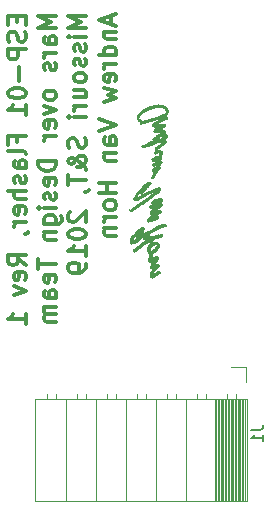
<source format=gbr>
G04 #@! TF.GenerationSoftware,KiCad,Pcbnew,(5.0.0)*
G04 #@! TF.CreationDate,2018-12-19T13:36:55-06:00*
G04 #@! TF.ProjectId,ESP-01_Flasher_Hardware,4553502D30315F466C61736865725F48,rev?*
G04 #@! TF.SameCoordinates,Original*
G04 #@! TF.FileFunction,Legend,Bot*
G04 #@! TF.FilePolarity,Positive*
%FSLAX46Y46*%
G04 Gerber Fmt 4.6, Leading zero omitted, Abs format (unit mm)*
G04 Created by KiCad (PCBNEW (5.0.0)) date 12/19/18 13:36:55*
%MOMM*%
%LPD*%
G01*
G04 APERTURE LIST*
%ADD10C,0.300000*%
%ADD11C,0.120000*%
%ADD12C,0.010000*%
%ADD13C,0.150000*%
G04 APERTURE END LIST*
D10*
X104779857Y-60750142D02*
X104779857Y-61250142D01*
X105565571Y-61464428D02*
X105565571Y-60750142D01*
X104065571Y-60750142D01*
X104065571Y-61464428D01*
X105494142Y-62035857D02*
X105565571Y-62250142D01*
X105565571Y-62607285D01*
X105494142Y-62750142D01*
X105422714Y-62821571D01*
X105279857Y-62893000D01*
X105137000Y-62893000D01*
X104994142Y-62821571D01*
X104922714Y-62750142D01*
X104851285Y-62607285D01*
X104779857Y-62321571D01*
X104708428Y-62178714D01*
X104637000Y-62107285D01*
X104494142Y-62035857D01*
X104351285Y-62035857D01*
X104208428Y-62107285D01*
X104137000Y-62178714D01*
X104065571Y-62321571D01*
X104065571Y-62678714D01*
X104137000Y-62893000D01*
X105565571Y-63535857D02*
X104065571Y-63535857D01*
X104065571Y-64107285D01*
X104137000Y-64250142D01*
X104208428Y-64321571D01*
X104351285Y-64393000D01*
X104565571Y-64393000D01*
X104708428Y-64321571D01*
X104779857Y-64250142D01*
X104851285Y-64107285D01*
X104851285Y-63535857D01*
X104994142Y-65035857D02*
X104994142Y-66178714D01*
X104065571Y-67178714D02*
X104065571Y-67321571D01*
X104137000Y-67464428D01*
X104208428Y-67535857D01*
X104351285Y-67607285D01*
X104637000Y-67678714D01*
X104994142Y-67678714D01*
X105279857Y-67607285D01*
X105422714Y-67535857D01*
X105494142Y-67464428D01*
X105565571Y-67321571D01*
X105565571Y-67178714D01*
X105494142Y-67035857D01*
X105422714Y-66964428D01*
X105279857Y-66893000D01*
X104994142Y-66821571D01*
X104637000Y-66821571D01*
X104351285Y-66893000D01*
X104208428Y-66964428D01*
X104137000Y-67035857D01*
X104065571Y-67178714D01*
X105565571Y-69107285D02*
X105565571Y-68250142D01*
X105565571Y-68678714D02*
X104065571Y-68678714D01*
X104279857Y-68535857D01*
X104422714Y-68393000D01*
X104494142Y-68250142D01*
X104779857Y-71393000D02*
X104779857Y-70893000D01*
X105565571Y-70893000D02*
X104065571Y-70893000D01*
X104065571Y-71607285D01*
X105565571Y-72393000D02*
X105494142Y-72250142D01*
X105351285Y-72178714D01*
X104065571Y-72178714D01*
X105565571Y-73607285D02*
X104779857Y-73607285D01*
X104637000Y-73535857D01*
X104565571Y-73393000D01*
X104565571Y-73107285D01*
X104637000Y-72964428D01*
X105494142Y-73607285D02*
X105565571Y-73464428D01*
X105565571Y-73107285D01*
X105494142Y-72964428D01*
X105351285Y-72893000D01*
X105208428Y-72893000D01*
X105065571Y-72964428D01*
X104994142Y-73107285D01*
X104994142Y-73464428D01*
X104922714Y-73607285D01*
X105494142Y-74250142D02*
X105565571Y-74393000D01*
X105565571Y-74678714D01*
X105494142Y-74821571D01*
X105351285Y-74893000D01*
X105279857Y-74893000D01*
X105137000Y-74821571D01*
X105065571Y-74678714D01*
X105065571Y-74464428D01*
X104994142Y-74321571D01*
X104851285Y-74250142D01*
X104779857Y-74250142D01*
X104637000Y-74321571D01*
X104565571Y-74464428D01*
X104565571Y-74678714D01*
X104637000Y-74821571D01*
X105565571Y-75535857D02*
X104065571Y-75535857D01*
X105565571Y-76178714D02*
X104779857Y-76178714D01*
X104637000Y-76107285D01*
X104565571Y-75964428D01*
X104565571Y-75750142D01*
X104637000Y-75607285D01*
X104708428Y-75535857D01*
X105494142Y-77464428D02*
X105565571Y-77321571D01*
X105565571Y-77035857D01*
X105494142Y-76893000D01*
X105351285Y-76821571D01*
X104779857Y-76821571D01*
X104637000Y-76893000D01*
X104565571Y-77035857D01*
X104565571Y-77321571D01*
X104637000Y-77464428D01*
X104779857Y-77535857D01*
X104922714Y-77535857D01*
X105065571Y-76821571D01*
X105565571Y-78178714D02*
X104565571Y-78178714D01*
X104851285Y-78178714D02*
X104708428Y-78250142D01*
X104637000Y-78321571D01*
X104565571Y-78464428D01*
X104565571Y-78607285D01*
X105494142Y-79178714D02*
X105565571Y-79178714D01*
X105708428Y-79107285D01*
X105779857Y-79035857D01*
X105565571Y-81821571D02*
X104851285Y-81321571D01*
X105565571Y-80964428D02*
X104065571Y-80964428D01*
X104065571Y-81535857D01*
X104137000Y-81678714D01*
X104208428Y-81750142D01*
X104351285Y-81821571D01*
X104565571Y-81821571D01*
X104708428Y-81750142D01*
X104779857Y-81678714D01*
X104851285Y-81535857D01*
X104851285Y-80964428D01*
X105494142Y-83035857D02*
X105565571Y-82893000D01*
X105565571Y-82607285D01*
X105494142Y-82464428D01*
X105351285Y-82393000D01*
X104779857Y-82393000D01*
X104637000Y-82464428D01*
X104565571Y-82607285D01*
X104565571Y-82893000D01*
X104637000Y-83035857D01*
X104779857Y-83107285D01*
X104922714Y-83107285D01*
X105065571Y-82393000D01*
X104565571Y-83607285D02*
X105565571Y-83964428D01*
X104565571Y-84321571D01*
X105565571Y-86821571D02*
X105565571Y-85964428D01*
X105565571Y-86393000D02*
X104065571Y-86393000D01*
X104279857Y-86250142D01*
X104422714Y-86107285D01*
X104494142Y-85964428D01*
X108115571Y-60750142D02*
X106615571Y-60750142D01*
X107687000Y-61250142D01*
X106615571Y-61750142D01*
X108115571Y-61750142D01*
X108115571Y-63107285D02*
X107329857Y-63107285D01*
X107187000Y-63035857D01*
X107115571Y-62893000D01*
X107115571Y-62607285D01*
X107187000Y-62464428D01*
X108044142Y-63107285D02*
X108115571Y-62964428D01*
X108115571Y-62607285D01*
X108044142Y-62464428D01*
X107901285Y-62393000D01*
X107758428Y-62393000D01*
X107615571Y-62464428D01*
X107544142Y-62607285D01*
X107544142Y-62964428D01*
X107472714Y-63107285D01*
X108115571Y-63821571D02*
X107115571Y-63821571D01*
X107401285Y-63821571D02*
X107258428Y-63893000D01*
X107187000Y-63964428D01*
X107115571Y-64107285D01*
X107115571Y-64250142D01*
X108044142Y-64678714D02*
X108115571Y-64821571D01*
X108115571Y-65107285D01*
X108044142Y-65250142D01*
X107901285Y-65321571D01*
X107829857Y-65321571D01*
X107687000Y-65250142D01*
X107615571Y-65107285D01*
X107615571Y-64893000D01*
X107544142Y-64750142D01*
X107401285Y-64678714D01*
X107329857Y-64678714D01*
X107187000Y-64750142D01*
X107115571Y-64893000D01*
X107115571Y-65107285D01*
X107187000Y-65250142D01*
X108115571Y-67321571D02*
X108044142Y-67178714D01*
X107972714Y-67107285D01*
X107829857Y-67035857D01*
X107401285Y-67035857D01*
X107258428Y-67107285D01*
X107187000Y-67178714D01*
X107115571Y-67321571D01*
X107115571Y-67535857D01*
X107187000Y-67678714D01*
X107258428Y-67750142D01*
X107401285Y-67821571D01*
X107829857Y-67821571D01*
X107972714Y-67750142D01*
X108044142Y-67678714D01*
X108115571Y-67535857D01*
X108115571Y-67321571D01*
X107115571Y-68321571D02*
X108115571Y-68678714D01*
X107115571Y-69035857D01*
X108044142Y-70178714D02*
X108115571Y-70035857D01*
X108115571Y-69750142D01*
X108044142Y-69607285D01*
X107901285Y-69535857D01*
X107329857Y-69535857D01*
X107187000Y-69607285D01*
X107115571Y-69750142D01*
X107115571Y-70035857D01*
X107187000Y-70178714D01*
X107329857Y-70250142D01*
X107472714Y-70250142D01*
X107615571Y-69535857D01*
X108115571Y-70892999D02*
X107115571Y-70892999D01*
X107401285Y-70892999D02*
X107258428Y-70964428D01*
X107187000Y-71035857D01*
X107115571Y-71178714D01*
X107115571Y-71321571D01*
X108115571Y-72964428D02*
X106615571Y-72964428D01*
X106615571Y-73321571D01*
X106687000Y-73535857D01*
X106829857Y-73678714D01*
X106972714Y-73750142D01*
X107258428Y-73821571D01*
X107472714Y-73821571D01*
X107758428Y-73750142D01*
X107901285Y-73678714D01*
X108044142Y-73535857D01*
X108115571Y-73321571D01*
X108115571Y-72964428D01*
X108044142Y-75035857D02*
X108115571Y-74892999D01*
X108115571Y-74607285D01*
X108044142Y-74464428D01*
X107901285Y-74392999D01*
X107329857Y-74392999D01*
X107187000Y-74464428D01*
X107115571Y-74607285D01*
X107115571Y-74892999D01*
X107187000Y-75035857D01*
X107329857Y-75107285D01*
X107472714Y-75107285D01*
X107615571Y-74392999D01*
X108044142Y-75678714D02*
X108115571Y-75821571D01*
X108115571Y-76107285D01*
X108044142Y-76250142D01*
X107901285Y-76321571D01*
X107829857Y-76321571D01*
X107687000Y-76250142D01*
X107615571Y-76107285D01*
X107615571Y-75892999D01*
X107544142Y-75750142D01*
X107401285Y-75678714D01*
X107329857Y-75678714D01*
X107187000Y-75750142D01*
X107115571Y-75892999D01*
X107115571Y-76107285D01*
X107187000Y-76250142D01*
X108115571Y-76964428D02*
X107115571Y-76964428D01*
X106615571Y-76964428D02*
X106687000Y-76892999D01*
X106758428Y-76964428D01*
X106687000Y-77035857D01*
X106615571Y-76964428D01*
X106758428Y-76964428D01*
X107115571Y-78321571D02*
X108329857Y-78321571D01*
X108472714Y-78250142D01*
X108544142Y-78178714D01*
X108615571Y-78035857D01*
X108615571Y-77821571D01*
X108544142Y-77678714D01*
X108044142Y-78321571D02*
X108115571Y-78178714D01*
X108115571Y-77892999D01*
X108044142Y-77750142D01*
X107972714Y-77678714D01*
X107829857Y-77607285D01*
X107401285Y-77607285D01*
X107258428Y-77678714D01*
X107187000Y-77750142D01*
X107115571Y-77892999D01*
X107115571Y-78178714D01*
X107187000Y-78321571D01*
X107115571Y-79035857D02*
X108115571Y-79035857D01*
X107258428Y-79035857D02*
X107187000Y-79107285D01*
X107115571Y-79250142D01*
X107115571Y-79464428D01*
X107187000Y-79607285D01*
X107329857Y-79678714D01*
X108115571Y-79678714D01*
X106615571Y-81321571D02*
X106615571Y-82178714D01*
X108115571Y-81750142D02*
X106615571Y-81750142D01*
X108044142Y-83250142D02*
X108115571Y-83107285D01*
X108115571Y-82821571D01*
X108044142Y-82678714D01*
X107901285Y-82607285D01*
X107329857Y-82607285D01*
X107187000Y-82678714D01*
X107115571Y-82821571D01*
X107115571Y-83107285D01*
X107187000Y-83250142D01*
X107329857Y-83321571D01*
X107472714Y-83321571D01*
X107615571Y-82607285D01*
X108115571Y-84607285D02*
X107329857Y-84607285D01*
X107187000Y-84535857D01*
X107115571Y-84392999D01*
X107115571Y-84107285D01*
X107187000Y-83964428D01*
X108044142Y-84607285D02*
X108115571Y-84464428D01*
X108115571Y-84107285D01*
X108044142Y-83964428D01*
X107901285Y-83892999D01*
X107758428Y-83892999D01*
X107615571Y-83964428D01*
X107544142Y-84107285D01*
X107544142Y-84464428D01*
X107472714Y-84607285D01*
X108115571Y-85321571D02*
X107115571Y-85321571D01*
X107258428Y-85321571D02*
X107187000Y-85392999D01*
X107115571Y-85535857D01*
X107115571Y-85750142D01*
X107187000Y-85892999D01*
X107329857Y-85964428D01*
X108115571Y-85964428D01*
X107329857Y-85964428D02*
X107187000Y-86035857D01*
X107115571Y-86178714D01*
X107115571Y-86392999D01*
X107187000Y-86535857D01*
X107329857Y-86607285D01*
X108115571Y-86607285D01*
X110665571Y-60750142D02*
X109165571Y-60750142D01*
X110237000Y-61250142D01*
X109165571Y-61750142D01*
X110665571Y-61750142D01*
X110665571Y-62464428D02*
X109665571Y-62464428D01*
X109165571Y-62464428D02*
X109237000Y-62393000D01*
X109308428Y-62464428D01*
X109237000Y-62535857D01*
X109165571Y-62464428D01*
X109308428Y-62464428D01*
X110594142Y-63107285D02*
X110665571Y-63250142D01*
X110665571Y-63535857D01*
X110594142Y-63678714D01*
X110451285Y-63750142D01*
X110379857Y-63750142D01*
X110237000Y-63678714D01*
X110165571Y-63535857D01*
X110165571Y-63321571D01*
X110094142Y-63178714D01*
X109951285Y-63107285D01*
X109879857Y-63107285D01*
X109737000Y-63178714D01*
X109665571Y-63321571D01*
X109665571Y-63535857D01*
X109737000Y-63678714D01*
X110594142Y-64321571D02*
X110665571Y-64464428D01*
X110665571Y-64750142D01*
X110594142Y-64893000D01*
X110451285Y-64964428D01*
X110379857Y-64964428D01*
X110237000Y-64893000D01*
X110165571Y-64750142D01*
X110165571Y-64535857D01*
X110094142Y-64393000D01*
X109951285Y-64321571D01*
X109879857Y-64321571D01*
X109737000Y-64393000D01*
X109665571Y-64535857D01*
X109665571Y-64750142D01*
X109737000Y-64893000D01*
X110665571Y-65821571D02*
X110594142Y-65678714D01*
X110522714Y-65607285D01*
X110379857Y-65535857D01*
X109951285Y-65535857D01*
X109808428Y-65607285D01*
X109737000Y-65678714D01*
X109665571Y-65821571D01*
X109665571Y-66035857D01*
X109737000Y-66178714D01*
X109808428Y-66250142D01*
X109951285Y-66321571D01*
X110379857Y-66321571D01*
X110522714Y-66250142D01*
X110594142Y-66178714D01*
X110665571Y-66035857D01*
X110665571Y-65821571D01*
X109665571Y-67607285D02*
X110665571Y-67607285D01*
X109665571Y-66964428D02*
X110451285Y-66964428D01*
X110594142Y-67035857D01*
X110665571Y-67178714D01*
X110665571Y-67393000D01*
X110594142Y-67535857D01*
X110522714Y-67607285D01*
X110665571Y-68321571D02*
X109665571Y-68321571D01*
X109951285Y-68321571D02*
X109808428Y-68393000D01*
X109737000Y-68464428D01*
X109665571Y-68607285D01*
X109665571Y-68750142D01*
X110665571Y-69250142D02*
X109665571Y-69250142D01*
X109165571Y-69250142D02*
X109237000Y-69178714D01*
X109308428Y-69250142D01*
X109237000Y-69321571D01*
X109165571Y-69250142D01*
X109308428Y-69250142D01*
X110594142Y-71035857D02*
X110665571Y-71250142D01*
X110665571Y-71607285D01*
X110594142Y-71750142D01*
X110522714Y-71821571D01*
X110379857Y-71893000D01*
X110237000Y-71893000D01*
X110094142Y-71821571D01*
X110022714Y-71750142D01*
X109951285Y-71607285D01*
X109879857Y-71321571D01*
X109808428Y-71178714D01*
X109737000Y-71107285D01*
X109594142Y-71035857D01*
X109451285Y-71035857D01*
X109308428Y-71107285D01*
X109237000Y-71178714D01*
X109165571Y-71321571D01*
X109165571Y-71678714D01*
X109237000Y-71893000D01*
X110665571Y-73750142D02*
X110665571Y-73678714D01*
X110594142Y-73535857D01*
X110379857Y-73321571D01*
X109951285Y-72964428D01*
X109737000Y-72821571D01*
X109522714Y-72750142D01*
X109379857Y-72750142D01*
X109237000Y-72821571D01*
X109165571Y-72964428D01*
X109165571Y-73035857D01*
X109237000Y-73178714D01*
X109379857Y-73250142D01*
X109451285Y-73250142D01*
X109594142Y-73178714D01*
X109665571Y-73107285D01*
X109951285Y-72678714D01*
X110022714Y-72607285D01*
X110165571Y-72535857D01*
X110379857Y-72535857D01*
X110522714Y-72607285D01*
X110594142Y-72678714D01*
X110665571Y-72821571D01*
X110665571Y-73035857D01*
X110594142Y-73178714D01*
X110522714Y-73250142D01*
X110237000Y-73464428D01*
X110022714Y-73535857D01*
X109879857Y-73535857D01*
X109165571Y-74178714D02*
X109165571Y-75035857D01*
X110665571Y-74607285D02*
X109165571Y-74607285D01*
X110594142Y-75607285D02*
X110665571Y-75607285D01*
X110808428Y-75535857D01*
X110879857Y-75464428D01*
X109308428Y-77321571D02*
X109237000Y-77393000D01*
X109165571Y-77535857D01*
X109165571Y-77893000D01*
X109237000Y-78035857D01*
X109308428Y-78107285D01*
X109451285Y-78178714D01*
X109594142Y-78178714D01*
X109808428Y-78107285D01*
X110665571Y-77250142D01*
X110665571Y-78178714D01*
X109165571Y-79107285D02*
X109165571Y-79250142D01*
X109237000Y-79393000D01*
X109308428Y-79464428D01*
X109451285Y-79535857D01*
X109737000Y-79607285D01*
X110094142Y-79607285D01*
X110379857Y-79535857D01*
X110522714Y-79464428D01*
X110594142Y-79393000D01*
X110665571Y-79250142D01*
X110665571Y-79107285D01*
X110594142Y-78964428D01*
X110522714Y-78893000D01*
X110379857Y-78821571D01*
X110094142Y-78750142D01*
X109737000Y-78750142D01*
X109451285Y-78821571D01*
X109308428Y-78893000D01*
X109237000Y-78964428D01*
X109165571Y-79107285D01*
X110665571Y-81035857D02*
X110665571Y-80178714D01*
X110665571Y-80607285D02*
X109165571Y-80607285D01*
X109379857Y-80464428D01*
X109522714Y-80321571D01*
X109594142Y-80178714D01*
X110665571Y-81750142D02*
X110665571Y-82035857D01*
X110594142Y-82178714D01*
X110522714Y-82250142D01*
X110308428Y-82393000D01*
X110022714Y-82464428D01*
X109451285Y-82464428D01*
X109308428Y-82393000D01*
X109237000Y-82321571D01*
X109165571Y-82178714D01*
X109165571Y-81893000D01*
X109237000Y-81750142D01*
X109308428Y-81678714D01*
X109451285Y-81607285D01*
X109808428Y-81607285D01*
X109951285Y-81678714D01*
X110022714Y-81750142D01*
X110094142Y-81893000D01*
X110094142Y-82178714D01*
X110022714Y-82321571D01*
X109951285Y-82393000D01*
X109808428Y-82464428D01*
X112787000Y-60678714D02*
X112787000Y-61393000D01*
X113215571Y-60535857D02*
X111715571Y-61035857D01*
X113215571Y-61535857D01*
X112215571Y-62035857D02*
X113215571Y-62035857D01*
X112358428Y-62035857D02*
X112287000Y-62107285D01*
X112215571Y-62250142D01*
X112215571Y-62464428D01*
X112287000Y-62607285D01*
X112429857Y-62678714D01*
X113215571Y-62678714D01*
X113215571Y-64035857D02*
X111715571Y-64035857D01*
X113144142Y-64035857D02*
X113215571Y-63893000D01*
X113215571Y-63607285D01*
X113144142Y-63464428D01*
X113072714Y-63393000D01*
X112929857Y-63321571D01*
X112501285Y-63321571D01*
X112358428Y-63393000D01*
X112287000Y-63464428D01*
X112215571Y-63607285D01*
X112215571Y-63893000D01*
X112287000Y-64035857D01*
X113215571Y-64750142D02*
X112215571Y-64750142D01*
X112501285Y-64750142D02*
X112358428Y-64821571D01*
X112287000Y-64893000D01*
X112215571Y-65035857D01*
X112215571Y-65178714D01*
X113144142Y-66250142D02*
X113215571Y-66107285D01*
X113215571Y-65821571D01*
X113144142Y-65678714D01*
X113001285Y-65607285D01*
X112429857Y-65607285D01*
X112287000Y-65678714D01*
X112215571Y-65821571D01*
X112215571Y-66107285D01*
X112287000Y-66250142D01*
X112429857Y-66321571D01*
X112572714Y-66321571D01*
X112715571Y-65607285D01*
X112215571Y-66821571D02*
X113215571Y-67107285D01*
X112501285Y-67393000D01*
X113215571Y-67678714D01*
X112215571Y-67964428D01*
X111715571Y-69464428D02*
X113215571Y-69964428D01*
X111715571Y-70464428D01*
X113215571Y-71607285D02*
X112429857Y-71607285D01*
X112287000Y-71535857D01*
X112215571Y-71393000D01*
X112215571Y-71107285D01*
X112287000Y-70964428D01*
X113144142Y-71607285D02*
X113215571Y-71464428D01*
X113215571Y-71107285D01*
X113144142Y-70964428D01*
X113001285Y-70893000D01*
X112858428Y-70893000D01*
X112715571Y-70964428D01*
X112644142Y-71107285D01*
X112644142Y-71464428D01*
X112572714Y-71607285D01*
X112215571Y-72321571D02*
X113215571Y-72321571D01*
X112358428Y-72321571D02*
X112287000Y-72393000D01*
X112215571Y-72535857D01*
X112215571Y-72750142D01*
X112287000Y-72893000D01*
X112429857Y-72964428D01*
X113215571Y-72964428D01*
X113215571Y-74821571D02*
X111715571Y-74821571D01*
X112429857Y-74821571D02*
X112429857Y-75678714D01*
X113215571Y-75678714D02*
X111715571Y-75678714D01*
X113215571Y-76607285D02*
X113144142Y-76464428D01*
X113072714Y-76393000D01*
X112929857Y-76321571D01*
X112501285Y-76321571D01*
X112358428Y-76393000D01*
X112287000Y-76464428D01*
X112215571Y-76607285D01*
X112215571Y-76821571D01*
X112287000Y-76964428D01*
X112358428Y-77035857D01*
X112501285Y-77107285D01*
X112929857Y-77107285D01*
X113072714Y-77035857D01*
X113144142Y-76964428D01*
X113215571Y-76821571D01*
X113215571Y-76607285D01*
X113215571Y-77750142D02*
X112215571Y-77750142D01*
X112501285Y-77750142D02*
X112358428Y-77821571D01*
X112287000Y-77893000D01*
X112215571Y-78035857D01*
X112215571Y-78178714D01*
X112215571Y-78678714D02*
X113215571Y-78678714D01*
X112358428Y-78678714D02*
X112287000Y-78750142D01*
X112215571Y-78893000D01*
X112215571Y-79107285D01*
X112287000Y-79250142D01*
X112429857Y-79321571D01*
X113215571Y-79321571D01*
D11*
G04 #@! TO.C,J1*
X124266000Y-93154000D02*
X121666000Y-93154000D01*
X121666000Y-93154000D02*
X121666000Y-101784000D01*
X121666000Y-101784000D02*
X124266000Y-101784000D01*
X124266000Y-101784000D02*
X124266000Y-93154000D01*
X123316000Y-92724000D02*
X123316000Y-93154000D01*
X122556000Y-92724000D02*
X122556000Y-93154000D01*
X124086000Y-93154000D02*
X124086000Y-101784000D01*
X123966000Y-93154000D02*
X123966000Y-101784000D01*
X123846000Y-93154000D02*
X123846000Y-101784000D01*
X123726000Y-93154000D02*
X123726000Y-101784000D01*
X123606000Y-93154000D02*
X123606000Y-101784000D01*
X123486000Y-93154000D02*
X123486000Y-101784000D01*
X123366000Y-93154000D02*
X123366000Y-101784000D01*
X123246000Y-93154000D02*
X123246000Y-101784000D01*
X123126000Y-93154000D02*
X123126000Y-101784000D01*
X123006000Y-93154000D02*
X123006000Y-101784000D01*
X122886000Y-93154000D02*
X122886000Y-101784000D01*
X122766000Y-93154000D02*
X122766000Y-101784000D01*
X122646000Y-93154000D02*
X122646000Y-101784000D01*
X122526000Y-93154000D02*
X122526000Y-101784000D01*
X122406000Y-93154000D02*
X122406000Y-101784000D01*
X122286000Y-93154000D02*
X122286000Y-101784000D01*
X122166000Y-93154000D02*
X122166000Y-101784000D01*
X122046000Y-93154000D02*
X122046000Y-101784000D01*
X121926000Y-93154000D02*
X121926000Y-101784000D01*
X121806000Y-93154000D02*
X121806000Y-101784000D01*
X121686000Y-93154000D02*
X121686000Y-101784000D01*
X121566000Y-93154000D02*
X121566000Y-101784000D01*
X121666000Y-93154000D02*
X119126000Y-93154000D01*
X119126000Y-93154000D02*
X119126000Y-101784000D01*
X119126000Y-101784000D02*
X121666000Y-101784000D01*
X121666000Y-101784000D02*
X121666000Y-93154000D01*
X120776000Y-92724000D02*
X120776000Y-93154000D01*
X120016000Y-92724000D02*
X120016000Y-93154000D01*
X119126000Y-93154000D02*
X116586000Y-93154000D01*
X116586000Y-93154000D02*
X116586000Y-101784000D01*
X116586000Y-101784000D02*
X119126000Y-101784000D01*
X119126000Y-101784000D02*
X119126000Y-93154000D01*
X118236000Y-92724000D02*
X118236000Y-93154000D01*
X117476000Y-92724000D02*
X117476000Y-93154000D01*
X116586000Y-93154000D02*
X114046000Y-93154000D01*
X114046000Y-93154000D02*
X114046000Y-101784000D01*
X114046000Y-101784000D02*
X116586000Y-101784000D01*
X116586000Y-101784000D02*
X116586000Y-93154000D01*
X115696000Y-92724000D02*
X115696000Y-93154000D01*
X114936000Y-92724000D02*
X114936000Y-93154000D01*
X114046000Y-93154000D02*
X111506000Y-93154000D01*
X111506000Y-93154000D02*
X111506000Y-101784000D01*
X111506000Y-101784000D02*
X114046000Y-101784000D01*
X114046000Y-101784000D02*
X114046000Y-93154000D01*
X113156000Y-92724000D02*
X113156000Y-93154000D01*
X112396000Y-92724000D02*
X112396000Y-93154000D01*
X111506000Y-93154000D02*
X108966000Y-93154000D01*
X108966000Y-93154000D02*
X108966000Y-101784000D01*
X108966000Y-101784000D02*
X111506000Y-101784000D01*
X111506000Y-101784000D02*
X111506000Y-93154000D01*
X110616000Y-92724000D02*
X110616000Y-93154000D01*
X109856000Y-92724000D02*
X109856000Y-93154000D01*
X108966000Y-93154000D02*
X106366000Y-93154000D01*
X106366000Y-93154000D02*
X106366000Y-101784000D01*
X106366000Y-101784000D02*
X108966000Y-101784000D01*
X108966000Y-101784000D02*
X108966000Y-93154000D01*
X108076000Y-92724000D02*
X108076000Y-93154000D01*
X107316000Y-92724000D02*
X107316000Y-93154000D01*
X124206000Y-91694000D02*
X124206000Y-90424000D01*
X124206000Y-90424000D02*
X122936000Y-90424000D01*
D12*
G04 #@! TO.C,G\002A\002A\002A*
G36*
X114280561Y-77094309D02*
X114301512Y-77127080D01*
X114338470Y-77174007D01*
X114371615Y-77212942D01*
X114398645Y-77229424D01*
X114427198Y-77227740D01*
X114458693Y-77215407D01*
X114506259Y-77190440D01*
X114565098Y-77155798D01*
X114630413Y-77114437D01*
X114697403Y-77069316D01*
X114761272Y-77023393D01*
X114772941Y-77014606D01*
X114822794Y-76978753D01*
X114878484Y-76941896D01*
X114934857Y-76907078D01*
X114986759Y-76877341D01*
X115029036Y-76855728D01*
X115056533Y-76845281D01*
X115060671Y-76844770D01*
X115078302Y-76834858D01*
X115091541Y-76818718D01*
X115110838Y-76798248D01*
X115124802Y-76792667D01*
X115143764Y-76783886D01*
X115170671Y-76761916D01*
X115180050Y-76752579D01*
X115211723Y-76725916D01*
X115257028Y-76695494D01*
X115302974Y-76669596D01*
X115382566Y-76628814D01*
X115442757Y-76596696D01*
X115487697Y-76570762D01*
X115521535Y-76548535D01*
X115548420Y-76527537D01*
X115563487Y-76513980D01*
X115595399Y-76486443D01*
X115636421Y-76454472D01*
X115680821Y-76422102D01*
X115722862Y-76393370D01*
X115756809Y-76372313D01*
X115776928Y-76362966D01*
X115778263Y-76362821D01*
X115794680Y-76354565D01*
X115819699Y-76334292D01*
X115823970Y-76330286D01*
X115853118Y-76305478D01*
X115894255Y-76274160D01*
X115930097Y-76248875D01*
X115995334Y-76203236D01*
X116065958Y-76151402D01*
X116136044Y-76097941D01*
X116199669Y-76047419D01*
X116250908Y-76004403D01*
X116271724Y-75985539D01*
X116308389Y-75951515D01*
X116342916Y-75920636D01*
X116358051Y-75907709D01*
X116385040Y-75885169D01*
X116423082Y-75853085D01*
X116459435Y-75822234D01*
X116510496Y-75784127D01*
X116550953Y-75765222D01*
X116563640Y-75763404D01*
X116610133Y-75752434D01*
X116663912Y-75719697D01*
X116725667Y-75664592D01*
X116796087Y-75586518D01*
X116863061Y-75501925D01*
X116896057Y-75453656D01*
X116912726Y-75413312D01*
X116915655Y-75370907D01*
X116909019Y-75324471D01*
X116894317Y-75295567D01*
X116865949Y-75264816D01*
X116832818Y-75240177D01*
X116803825Y-75229608D01*
X116802883Y-75229590D01*
X116780934Y-75234091D01*
X116742150Y-75246050D01*
X116693845Y-75263155D01*
X116679309Y-75268667D01*
X116629159Y-75286865D01*
X116585948Y-75300545D01*
X116557227Y-75307376D01*
X116552853Y-75307744D01*
X116528790Y-75313111D01*
X116490001Y-75327163D01*
X116446221Y-75346248D01*
X116392341Y-75370291D01*
X116327309Y-75397368D01*
X116264558Y-75421899D01*
X116260359Y-75423465D01*
X116033022Y-75517376D01*
X115928205Y-75567956D01*
X115873943Y-75593263D01*
X115812057Y-75618973D01*
X115776185Y-75632345D01*
X115727745Y-75652007D01*
X115667507Y-75680385D01*
X115605832Y-75712494D01*
X115583461Y-75725047D01*
X115534798Y-75752450D01*
X115494385Y-75774092D01*
X115467612Y-75787148D01*
X115460148Y-75789693D01*
X115444201Y-75796497D01*
X115414232Y-75814109D01*
X115385846Y-75832617D01*
X115340573Y-75860617D01*
X115284018Y-75891930D01*
X115231333Y-75918367D01*
X115183523Y-75942187D01*
X115142277Y-75965155D01*
X115115775Y-75982686D01*
X115114103Y-75984093D01*
X115089120Y-76001722D01*
X115050982Y-76023811D01*
X115005532Y-76047560D01*
X114958611Y-76070171D01*
X114916064Y-76088844D01*
X114883731Y-76100780D01*
X114867456Y-76103179D01*
X114866787Y-76102586D01*
X114867150Y-76082418D01*
X114879367Y-76048090D01*
X114900263Y-76006723D01*
X114926662Y-75965435D01*
X114929971Y-75960928D01*
X114954554Y-75924014D01*
X114982385Y-75876532D01*
X114998345Y-75846537D01*
X115022261Y-75806073D01*
X115055899Y-75757698D01*
X115094506Y-75707346D01*
X115133330Y-75660949D01*
X115167618Y-75624439D01*
X115192619Y-75603748D01*
X115193017Y-75603522D01*
X115207009Y-75601797D01*
X115211705Y-75621091D01*
X115211795Y-75626872D01*
X115219727Y-75672970D01*
X115240369Y-75711167D01*
X115268984Y-75738367D01*
X115300840Y-75751476D01*
X115331201Y-75747398D01*
X115355332Y-75723039D01*
X115356252Y-75721308D01*
X115376205Y-75691775D01*
X115403931Y-75660204D01*
X115405556Y-75658600D01*
X115435851Y-75623475D01*
X115460581Y-75586057D01*
X115487012Y-75554344D01*
X115527156Y-75525063D01*
X115538735Y-75518904D01*
X115616212Y-75470784D01*
X115671220Y-75413643D01*
X115685354Y-75390798D01*
X115702057Y-75366814D01*
X115732616Y-75329401D01*
X115772646Y-75283724D01*
X115816666Y-75236103D01*
X115860333Y-75188472D01*
X115897345Y-75145043D01*
X115923836Y-75110561D01*
X115935941Y-75089775D01*
X115936001Y-75089565D01*
X115946248Y-75066799D01*
X115954782Y-75060257D01*
X115967384Y-75050294D01*
X115990350Y-75024031D01*
X116019689Y-74986904D01*
X116051407Y-74944353D01*
X116081512Y-74901814D01*
X116106013Y-74864724D01*
X116120915Y-74838523D01*
X116123590Y-74830341D01*
X116112694Y-74816225D01*
X116096770Y-74812770D01*
X116078521Y-74808081D01*
X116077444Y-74800644D01*
X116075419Y-74785092D01*
X116050319Y-74772707D01*
X116004995Y-74764110D01*
X115942300Y-74759924D01*
X115890503Y-74759929D01*
X115847715Y-74770563D01*
X115791531Y-74799561D01*
X115724888Y-74844991D01*
X115650724Y-74904922D01*
X115599063Y-74951500D01*
X115559285Y-74987682D01*
X115526045Y-75015828D01*
X115504195Y-75031926D01*
X115498993Y-75034206D01*
X115485841Y-75044920D01*
X115479146Y-75059230D01*
X115467785Y-75076125D01*
X115440987Y-75107997D01*
X115401799Y-75151466D01*
X115368103Y-75187352D01*
X115368103Y-75416333D01*
X115359606Y-75427417D01*
X115342051Y-75444513D01*
X115323346Y-75457800D01*
X115316000Y-75456178D01*
X115325828Y-75440738D01*
X115342051Y-75427998D01*
X115361954Y-75417210D01*
X115368103Y-75416333D01*
X115368103Y-75187352D01*
X115353268Y-75203152D01*
X115299166Y-75258937D01*
X115202101Y-75358266D01*
X115121346Y-75442864D01*
X115054242Y-75515855D01*
X114998128Y-75580363D01*
X114950347Y-75639513D01*
X114908238Y-75696429D01*
X114869143Y-75754237D01*
X114844338Y-75793367D01*
X114804597Y-75859841D01*
X114762128Y-75934769D01*
X114723971Y-76005607D01*
X114711152Y-76030667D01*
X114684512Y-76084839D01*
X114668151Y-76122613D01*
X114660369Y-76150730D01*
X114659470Y-76175928D01*
X114663753Y-76204944D01*
X114665263Y-76212718D01*
X114679218Y-76264486D01*
X114699746Y-76295994D01*
X114732637Y-76313024D01*
X114772974Y-76320248D01*
X114821421Y-76320852D01*
X114877522Y-76314515D01*
X114931804Y-76303027D01*
X114974796Y-76288182D01*
X114990359Y-76279109D01*
X115014027Y-76263983D01*
X115049531Y-76244666D01*
X115062000Y-76238432D01*
X115104187Y-76215260D01*
X115142819Y-76189986D01*
X115149591Y-76184839D01*
X115180804Y-76163753D01*
X115224794Y-76138399D01*
X115260309Y-76120084D01*
X115308326Y-76095447D01*
X115353651Y-76070067D01*
X115378304Y-76054775D01*
X115416932Y-76033272D01*
X115454801Y-76018718D01*
X115458685Y-76017773D01*
X115494139Y-76003063D01*
X115529819Y-75978381D01*
X115532478Y-75975983D01*
X115563216Y-75952661D01*
X115610849Y-75922319D01*
X115668566Y-75888734D01*
X115729552Y-75855682D01*
X115786995Y-75826941D01*
X115834083Y-75806286D01*
X115847038Y-75801606D01*
X115883655Y-75787484D01*
X115932627Y-75765943D01*
X115982509Y-75742061D01*
X116025453Y-75721038D01*
X116058940Y-75705587D01*
X116076574Y-75698640D01*
X116077445Y-75698513D01*
X116091863Y-75693394D01*
X116124762Y-75679516D01*
X116170998Y-75659101D01*
X116216652Y-75638402D01*
X116280098Y-75611104D01*
X116343699Y-75586825D01*
X116402517Y-75567110D01*
X116451614Y-75553505D01*
X116486051Y-75547553D01*
X116500159Y-75549715D01*
X116494499Y-75561176D01*
X116472077Y-75585425D01*
X116436590Y-75619125D01*
X116391737Y-75658938D01*
X116341214Y-75701526D01*
X116288720Y-75743550D01*
X116266872Y-75760307D01*
X116222694Y-75794102D01*
X116185846Y-75823044D01*
X116161742Y-75842843D01*
X116156154Y-75847983D01*
X116139042Y-75862620D01*
X116108003Y-75886408D01*
X116078000Y-75908270D01*
X116036645Y-75938498D01*
X115998986Y-75967253D01*
X115980308Y-75982354D01*
X115914868Y-76037264D01*
X115859185Y-76082143D01*
X115805157Y-76123163D01*
X115744677Y-76166494D01*
X115677362Y-76213026D01*
X115615972Y-76254967D01*
X115556380Y-76295537D01*
X115504793Y-76330519D01*
X115467418Y-76355697D01*
X115462898Y-76358717D01*
X115415288Y-76391334D01*
X115365767Y-76426574D01*
X115345826Y-76441250D01*
X115310619Y-76464513D01*
X115259690Y-76494304D01*
X115200923Y-76526137D01*
X115161628Y-76546107D01*
X115099529Y-76578783D01*
X115037845Y-76614706D01*
X114985553Y-76648498D01*
X114962469Y-76665471D01*
X114918416Y-76698068D01*
X114874400Y-76726696D01*
X114845187Y-76742572D01*
X114810979Y-76763044D01*
X114761966Y-76799300D01*
X114701591Y-76848533D01*
X114633297Y-76907935D01*
X114560640Y-76974594D01*
X114525131Y-77002272D01*
X114476357Y-77033157D01*
X114426724Y-77059631D01*
X114338271Y-77101885D01*
X114306110Y-77076587D01*
X114283938Y-77060697D01*
X114275270Y-77061322D01*
X114273949Y-77073310D01*
X114280561Y-77094309D01*
X114280561Y-77094309D01*
G37*
X114280561Y-77094309D02*
X114301512Y-77127080D01*
X114338470Y-77174007D01*
X114371615Y-77212942D01*
X114398645Y-77229424D01*
X114427198Y-77227740D01*
X114458693Y-77215407D01*
X114506259Y-77190440D01*
X114565098Y-77155798D01*
X114630413Y-77114437D01*
X114697403Y-77069316D01*
X114761272Y-77023393D01*
X114772941Y-77014606D01*
X114822794Y-76978753D01*
X114878484Y-76941896D01*
X114934857Y-76907078D01*
X114986759Y-76877341D01*
X115029036Y-76855728D01*
X115056533Y-76845281D01*
X115060671Y-76844770D01*
X115078302Y-76834858D01*
X115091541Y-76818718D01*
X115110838Y-76798248D01*
X115124802Y-76792667D01*
X115143764Y-76783886D01*
X115170671Y-76761916D01*
X115180050Y-76752579D01*
X115211723Y-76725916D01*
X115257028Y-76695494D01*
X115302974Y-76669596D01*
X115382566Y-76628814D01*
X115442757Y-76596696D01*
X115487697Y-76570762D01*
X115521535Y-76548535D01*
X115548420Y-76527537D01*
X115563487Y-76513980D01*
X115595399Y-76486443D01*
X115636421Y-76454472D01*
X115680821Y-76422102D01*
X115722862Y-76393370D01*
X115756809Y-76372313D01*
X115776928Y-76362966D01*
X115778263Y-76362821D01*
X115794680Y-76354565D01*
X115819699Y-76334292D01*
X115823970Y-76330286D01*
X115853118Y-76305478D01*
X115894255Y-76274160D01*
X115930097Y-76248875D01*
X115995334Y-76203236D01*
X116065958Y-76151402D01*
X116136044Y-76097941D01*
X116199669Y-76047419D01*
X116250908Y-76004403D01*
X116271724Y-75985539D01*
X116308389Y-75951515D01*
X116342916Y-75920636D01*
X116358051Y-75907709D01*
X116385040Y-75885169D01*
X116423082Y-75853085D01*
X116459435Y-75822234D01*
X116510496Y-75784127D01*
X116550953Y-75765222D01*
X116563640Y-75763404D01*
X116610133Y-75752434D01*
X116663912Y-75719697D01*
X116725667Y-75664592D01*
X116796087Y-75586518D01*
X116863061Y-75501925D01*
X116896057Y-75453656D01*
X116912726Y-75413312D01*
X116915655Y-75370907D01*
X116909019Y-75324471D01*
X116894317Y-75295567D01*
X116865949Y-75264816D01*
X116832818Y-75240177D01*
X116803825Y-75229608D01*
X116802883Y-75229590D01*
X116780934Y-75234091D01*
X116742150Y-75246050D01*
X116693845Y-75263155D01*
X116679309Y-75268667D01*
X116629159Y-75286865D01*
X116585948Y-75300545D01*
X116557227Y-75307376D01*
X116552853Y-75307744D01*
X116528790Y-75313111D01*
X116490001Y-75327163D01*
X116446221Y-75346248D01*
X116392341Y-75370291D01*
X116327309Y-75397368D01*
X116264558Y-75421899D01*
X116260359Y-75423465D01*
X116033022Y-75517376D01*
X115928205Y-75567956D01*
X115873943Y-75593263D01*
X115812057Y-75618973D01*
X115776185Y-75632345D01*
X115727745Y-75652007D01*
X115667507Y-75680385D01*
X115605832Y-75712494D01*
X115583461Y-75725047D01*
X115534798Y-75752450D01*
X115494385Y-75774092D01*
X115467612Y-75787148D01*
X115460148Y-75789693D01*
X115444201Y-75796497D01*
X115414232Y-75814109D01*
X115385846Y-75832617D01*
X115340573Y-75860617D01*
X115284018Y-75891930D01*
X115231333Y-75918367D01*
X115183523Y-75942187D01*
X115142277Y-75965155D01*
X115115775Y-75982686D01*
X115114103Y-75984093D01*
X115089120Y-76001722D01*
X115050982Y-76023811D01*
X115005532Y-76047560D01*
X114958611Y-76070171D01*
X114916064Y-76088844D01*
X114883731Y-76100780D01*
X114867456Y-76103179D01*
X114866787Y-76102586D01*
X114867150Y-76082418D01*
X114879367Y-76048090D01*
X114900263Y-76006723D01*
X114926662Y-75965435D01*
X114929971Y-75960928D01*
X114954554Y-75924014D01*
X114982385Y-75876532D01*
X114998345Y-75846537D01*
X115022261Y-75806073D01*
X115055899Y-75757698D01*
X115094506Y-75707346D01*
X115133330Y-75660949D01*
X115167618Y-75624439D01*
X115192619Y-75603748D01*
X115193017Y-75603522D01*
X115207009Y-75601797D01*
X115211705Y-75621091D01*
X115211795Y-75626872D01*
X115219727Y-75672970D01*
X115240369Y-75711167D01*
X115268984Y-75738367D01*
X115300840Y-75751476D01*
X115331201Y-75747398D01*
X115355332Y-75723039D01*
X115356252Y-75721308D01*
X115376205Y-75691775D01*
X115403931Y-75660204D01*
X115405556Y-75658600D01*
X115435851Y-75623475D01*
X115460581Y-75586057D01*
X115487012Y-75554344D01*
X115527156Y-75525063D01*
X115538735Y-75518904D01*
X115616212Y-75470784D01*
X115671220Y-75413643D01*
X115685354Y-75390798D01*
X115702057Y-75366814D01*
X115732616Y-75329401D01*
X115772646Y-75283724D01*
X115816666Y-75236103D01*
X115860333Y-75188472D01*
X115897345Y-75145043D01*
X115923836Y-75110561D01*
X115935941Y-75089775D01*
X115936001Y-75089565D01*
X115946248Y-75066799D01*
X115954782Y-75060257D01*
X115967384Y-75050294D01*
X115990350Y-75024031D01*
X116019689Y-74986904D01*
X116051407Y-74944353D01*
X116081512Y-74901814D01*
X116106013Y-74864724D01*
X116120915Y-74838523D01*
X116123590Y-74830341D01*
X116112694Y-74816225D01*
X116096770Y-74812770D01*
X116078521Y-74808081D01*
X116077444Y-74800644D01*
X116075419Y-74785092D01*
X116050319Y-74772707D01*
X116004995Y-74764110D01*
X115942300Y-74759924D01*
X115890503Y-74759929D01*
X115847715Y-74770563D01*
X115791531Y-74799561D01*
X115724888Y-74844991D01*
X115650724Y-74904922D01*
X115599063Y-74951500D01*
X115559285Y-74987682D01*
X115526045Y-75015828D01*
X115504195Y-75031926D01*
X115498993Y-75034206D01*
X115485841Y-75044920D01*
X115479146Y-75059230D01*
X115467785Y-75076125D01*
X115440987Y-75107997D01*
X115401799Y-75151466D01*
X115368103Y-75187352D01*
X115368103Y-75416333D01*
X115359606Y-75427417D01*
X115342051Y-75444513D01*
X115323346Y-75457800D01*
X115316000Y-75456178D01*
X115325828Y-75440738D01*
X115342051Y-75427998D01*
X115361954Y-75417210D01*
X115368103Y-75416333D01*
X115368103Y-75187352D01*
X115353268Y-75203152D01*
X115299166Y-75258937D01*
X115202101Y-75358266D01*
X115121346Y-75442864D01*
X115054242Y-75515855D01*
X114998128Y-75580363D01*
X114950347Y-75639513D01*
X114908238Y-75696429D01*
X114869143Y-75754237D01*
X114844338Y-75793367D01*
X114804597Y-75859841D01*
X114762128Y-75934769D01*
X114723971Y-76005607D01*
X114711152Y-76030667D01*
X114684512Y-76084839D01*
X114668151Y-76122613D01*
X114660369Y-76150730D01*
X114659470Y-76175928D01*
X114663753Y-76204944D01*
X114665263Y-76212718D01*
X114679218Y-76264486D01*
X114699746Y-76295994D01*
X114732637Y-76313024D01*
X114772974Y-76320248D01*
X114821421Y-76320852D01*
X114877522Y-76314515D01*
X114931804Y-76303027D01*
X114974796Y-76288182D01*
X114990359Y-76279109D01*
X115014027Y-76263983D01*
X115049531Y-76244666D01*
X115062000Y-76238432D01*
X115104187Y-76215260D01*
X115142819Y-76189986D01*
X115149591Y-76184839D01*
X115180804Y-76163753D01*
X115224794Y-76138399D01*
X115260309Y-76120084D01*
X115308326Y-76095447D01*
X115353651Y-76070067D01*
X115378304Y-76054775D01*
X115416932Y-76033272D01*
X115454801Y-76018718D01*
X115458685Y-76017773D01*
X115494139Y-76003063D01*
X115529819Y-75978381D01*
X115532478Y-75975983D01*
X115563216Y-75952661D01*
X115610849Y-75922319D01*
X115668566Y-75888734D01*
X115729552Y-75855682D01*
X115786995Y-75826941D01*
X115834083Y-75806286D01*
X115847038Y-75801606D01*
X115883655Y-75787484D01*
X115932627Y-75765943D01*
X115982509Y-75742061D01*
X116025453Y-75721038D01*
X116058940Y-75705587D01*
X116076574Y-75698640D01*
X116077445Y-75698513D01*
X116091863Y-75693394D01*
X116124762Y-75679516D01*
X116170998Y-75659101D01*
X116216652Y-75638402D01*
X116280098Y-75611104D01*
X116343699Y-75586825D01*
X116402517Y-75567110D01*
X116451614Y-75553505D01*
X116486051Y-75547553D01*
X116500159Y-75549715D01*
X116494499Y-75561176D01*
X116472077Y-75585425D01*
X116436590Y-75619125D01*
X116391737Y-75658938D01*
X116341214Y-75701526D01*
X116288720Y-75743550D01*
X116266872Y-75760307D01*
X116222694Y-75794102D01*
X116185846Y-75823044D01*
X116161742Y-75842843D01*
X116156154Y-75847983D01*
X116139042Y-75862620D01*
X116108003Y-75886408D01*
X116078000Y-75908270D01*
X116036645Y-75938498D01*
X115998986Y-75967253D01*
X115980308Y-75982354D01*
X115914868Y-76037264D01*
X115859185Y-76082143D01*
X115805157Y-76123163D01*
X115744677Y-76166494D01*
X115677362Y-76213026D01*
X115615972Y-76254967D01*
X115556380Y-76295537D01*
X115504793Y-76330519D01*
X115467418Y-76355697D01*
X115462898Y-76358717D01*
X115415288Y-76391334D01*
X115365767Y-76426574D01*
X115345826Y-76441250D01*
X115310619Y-76464513D01*
X115259690Y-76494304D01*
X115200923Y-76526137D01*
X115161628Y-76546107D01*
X115099529Y-76578783D01*
X115037845Y-76614706D01*
X114985553Y-76648498D01*
X114962469Y-76665471D01*
X114918416Y-76698068D01*
X114874400Y-76726696D01*
X114845187Y-76742572D01*
X114810979Y-76763044D01*
X114761966Y-76799300D01*
X114701591Y-76848533D01*
X114633297Y-76907935D01*
X114560640Y-76974594D01*
X114525131Y-77002272D01*
X114476357Y-77033157D01*
X114426724Y-77059631D01*
X114338271Y-77101885D01*
X114306110Y-77076587D01*
X114283938Y-77060697D01*
X114275270Y-77061322D01*
X114273949Y-77073310D01*
X114280561Y-77094309D01*
G36*
X115821382Y-78034506D02*
X115835431Y-78043129D01*
X115849806Y-78051481D01*
X115874808Y-78072557D01*
X115887094Y-78084180D01*
X115929083Y-78125232D01*
X116003541Y-78109352D01*
X116047542Y-78097959D01*
X116106851Y-78079891D01*
X116172515Y-78057971D01*
X116216377Y-78042250D01*
X116272257Y-78021828D01*
X116318913Y-78005272D01*
X116351091Y-77994414D01*
X116363286Y-77991026D01*
X116378181Y-77985771D01*
X116410532Y-77971758D01*
X116454363Y-77951611D01*
X116472396Y-77943080D01*
X116531300Y-77916251D01*
X116593079Y-77890099D01*
X116645348Y-77869846D01*
X116650042Y-77868182D01*
X116727110Y-77841231D01*
X116757208Y-77751647D01*
X116787306Y-77662064D01*
X116732192Y-77668276D01*
X116691080Y-77670058D01*
X116657234Y-77666785D01*
X116651078Y-77665060D01*
X116618905Y-77663363D01*
X116599026Y-77669816D01*
X116575860Y-77681430D01*
X116566462Y-77684988D01*
X116539107Y-77692256D01*
X116495755Y-77706975D01*
X116444269Y-77726136D01*
X116392509Y-77746728D01*
X116348338Y-77765741D01*
X116322995Y-77778209D01*
X116286359Y-77794658D01*
X116264680Y-77797095D01*
X116260888Y-77787314D01*
X116277916Y-77767107D01*
X116289543Y-77757749D01*
X116318921Y-77735334D01*
X116340619Y-77718130D01*
X116341219Y-77717629D01*
X116362593Y-77705731D01*
X116369442Y-77704462D01*
X116385478Y-77696163D01*
X116386273Y-77694693D01*
X116402753Y-77677269D01*
X116434920Y-77654644D01*
X116474451Y-77631723D01*
X116513022Y-77613413D01*
X116537942Y-77605309D01*
X116576836Y-77590307D01*
X116614422Y-77565205D01*
X116617194Y-77562715D01*
X116663729Y-77524047D01*
X116720952Y-77482686D01*
X116777520Y-77446545D01*
X116806740Y-77430502D01*
X116841634Y-77408390D01*
X116878555Y-77378329D01*
X116884894Y-77372308D01*
X116919376Y-77343060D01*
X116954151Y-77320341D01*
X116960487Y-77317228D01*
X116989073Y-77298552D01*
X116994164Y-77280637D01*
X116975175Y-77266858D01*
X116969520Y-77265172D01*
X116950023Y-77252153D01*
X116950136Y-77238871D01*
X116948492Y-77213407D01*
X116933245Y-77181017D01*
X116910637Y-77151112D01*
X116886913Y-77133102D01*
X116878783Y-77131334D01*
X116854292Y-77125102D01*
X116846513Y-77118308D01*
X116829082Y-77106062D01*
X116804769Y-77117318D01*
X116793466Y-77127626D01*
X116767795Y-77144767D01*
X116726873Y-77164150D01*
X116680751Y-77181799D01*
X116639476Y-77193743D01*
X116619064Y-77196581D01*
X116596716Y-77202139D01*
X116560760Y-77216292D01*
X116533897Y-77228738D01*
X116476974Y-77252290D01*
X116433952Y-77260752D01*
X116407742Y-77253659D01*
X116404142Y-77249375D01*
X116408373Y-77234545D01*
X116428869Y-77215036D01*
X116430979Y-77213554D01*
X116466831Y-77185785D01*
X116494613Y-77160641D01*
X116517706Y-77140215D01*
X116533103Y-77131345D01*
X116533380Y-77131334D01*
X116549587Y-77124452D01*
X116576018Y-77107742D01*
X116578039Y-77106314D01*
X116609039Y-77086592D01*
X116652345Y-77061978D01*
X116701779Y-77035625D01*
X116751161Y-77010681D01*
X116794313Y-76990300D01*
X116825055Y-76977632D01*
X116835479Y-76975026D01*
X116854478Y-76965102D01*
X116872350Y-76944617D01*
X116899258Y-76914869D01*
X116922930Y-76897802D01*
X116947865Y-76877214D01*
X116976455Y-76843522D01*
X116989580Y-76824450D01*
X117017095Y-76786679D01*
X117045758Y-76755930D01*
X117057403Y-76746651D01*
X117078450Y-76728337D01*
X117077713Y-76712357D01*
X117074854Y-76708474D01*
X117051849Y-76697397D01*
X117033162Y-76698295D01*
X117013295Y-76699414D01*
X117012474Y-76687181D01*
X117026480Y-76672670D01*
X117033756Y-76672180D01*
X117047049Y-76667790D01*
X117044580Y-76648082D01*
X117027435Y-76617608D01*
X117017612Y-76604542D01*
X116999531Y-76583496D01*
X116983083Y-76573383D01*
X116959787Y-76572289D01*
X116921160Y-76578301D01*
X116910215Y-76580304D01*
X116859352Y-76588119D01*
X116832460Y-76588131D01*
X116828551Y-76580003D01*
X116846639Y-76563397D01*
X116851206Y-76560142D01*
X116883965Y-76534957D01*
X116913670Y-76509359D01*
X116937184Y-76489346D01*
X116951680Y-76480122D01*
X116952230Y-76480052D01*
X116964951Y-76472291D01*
X116991457Y-76452023D01*
X117023278Y-76425910D01*
X117063528Y-76385580D01*
X117085685Y-76349179D01*
X117088226Y-76320178D01*
X117076208Y-76305285D01*
X117069657Y-76288648D01*
X117070813Y-76267538D01*
X117068134Y-76239856D01*
X117046199Y-76211577D01*
X117035503Y-76202099D01*
X117006072Y-76180203D01*
X116983211Y-76168120D01*
X116979026Y-76167300D01*
X116959786Y-76166724D01*
X116921423Y-76165303D01*
X116870840Y-76163297D01*
X116847709Y-76162346D01*
X116783930Y-76161079D01*
X116737964Y-76164144D01*
X116701796Y-76172461D01*
X116678376Y-76181735D01*
X116634792Y-76197206D01*
X116592435Y-76205693D01*
X116583092Y-76206227D01*
X116544654Y-76211910D01*
X116499363Y-76225773D01*
X116485400Y-76231548D01*
X116484769Y-76231828D01*
X116484769Y-76491084D01*
X116488308Y-76498947D01*
X116481795Y-76512091D01*
X116481795Y-76896872D01*
X116488308Y-76903385D01*
X116481795Y-76909898D01*
X116475282Y-76903385D01*
X116481795Y-76896872D01*
X116481795Y-76512091D01*
X116477961Y-76519830D01*
X116462256Y-76532154D01*
X116442142Y-76540198D01*
X116436205Y-76538667D01*
X116426662Y-76538038D01*
X116410154Y-76545180D01*
X116388145Y-76555345D01*
X116385661Y-76552605D01*
X116400934Y-76539065D01*
X116432196Y-76516830D01*
X116436205Y-76514162D01*
X116468650Y-76494736D01*
X116484769Y-76491084D01*
X116484769Y-76231828D01*
X116439120Y-76252149D01*
X116393327Y-76272241D01*
X116383312Y-76276578D01*
X116352033Y-76295150D01*
X116310536Y-76326534D01*
X116266615Y-76364721D01*
X116256312Y-76374488D01*
X116216015Y-76414898D01*
X116191701Y-76444274D01*
X116179559Y-76468521D01*
X116175780Y-76493543D01*
X116175692Y-76499420D01*
X116181658Y-76542207D01*
X116196421Y-76588670D01*
X116200616Y-76598024D01*
X116225539Y-76649609D01*
X116171240Y-76681430D01*
X116131336Y-76709301D01*
X116086730Y-76746972D01*
X116060101Y-76772891D01*
X116028669Y-76807845D01*
X116012867Y-76832857D01*
X116009051Y-76855514D01*
X116011554Y-76874000D01*
X116026696Y-76912676D01*
X116051820Y-76948828D01*
X116052734Y-76949795D01*
X116075622Y-76970148D01*
X116099425Y-76979120D01*
X116134506Y-76979629D01*
X116153451Y-76978167D01*
X116201189Y-76971553D01*
X116260874Y-76959964D01*
X116318974Y-76946063D01*
X116369502Y-76932547D01*
X116412827Y-76920973D01*
X116440556Y-76913582D01*
X116442718Y-76913009D01*
X116454605Y-76912992D01*
X116446954Y-76923387D01*
X116422915Y-76941805D01*
X116385639Y-76965857D01*
X116338276Y-76993157D01*
X116333662Y-76995672D01*
X116289790Y-77023702D01*
X116238153Y-77062882D01*
X116188892Y-77105439D01*
X116182166Y-77111795D01*
X116138332Y-77156226D01*
X116109739Y-77192728D01*
X116090994Y-77229276D01*
X116079555Y-77263595D01*
X116065194Y-77318608D01*
X116060848Y-77357028D01*
X116067936Y-77386854D01*
X116087873Y-77416086D01*
X116111048Y-77441325D01*
X116145159Y-77473757D01*
X116172994Y-77490281D01*
X116203942Y-77495805D01*
X116215711Y-77496052D01*
X116248241Y-77497349D01*
X116260014Y-77503410D01*
X116256278Y-77517493D01*
X116254809Y-77520304D01*
X116237949Y-77538174D01*
X116204776Y-77563975D01*
X116161674Y-77592851D01*
X116149774Y-77600177D01*
X116072530Y-77655359D01*
X115995410Y-77725437D01*
X115925301Y-77803171D01*
X115869089Y-77881319D01*
X115849654Y-77915689D01*
X115827936Y-77966559D01*
X115818353Y-78007590D01*
X115821382Y-78034506D01*
X115821382Y-78034506D01*
G37*
X115821382Y-78034506D02*
X115835431Y-78043129D01*
X115849806Y-78051481D01*
X115874808Y-78072557D01*
X115887094Y-78084180D01*
X115929083Y-78125232D01*
X116003541Y-78109352D01*
X116047542Y-78097959D01*
X116106851Y-78079891D01*
X116172515Y-78057971D01*
X116216377Y-78042250D01*
X116272257Y-78021828D01*
X116318913Y-78005272D01*
X116351091Y-77994414D01*
X116363286Y-77991026D01*
X116378181Y-77985771D01*
X116410532Y-77971758D01*
X116454363Y-77951611D01*
X116472396Y-77943080D01*
X116531300Y-77916251D01*
X116593079Y-77890099D01*
X116645348Y-77869846D01*
X116650042Y-77868182D01*
X116727110Y-77841231D01*
X116757208Y-77751647D01*
X116787306Y-77662064D01*
X116732192Y-77668276D01*
X116691080Y-77670058D01*
X116657234Y-77666785D01*
X116651078Y-77665060D01*
X116618905Y-77663363D01*
X116599026Y-77669816D01*
X116575860Y-77681430D01*
X116566462Y-77684988D01*
X116539107Y-77692256D01*
X116495755Y-77706975D01*
X116444269Y-77726136D01*
X116392509Y-77746728D01*
X116348338Y-77765741D01*
X116322995Y-77778209D01*
X116286359Y-77794658D01*
X116264680Y-77797095D01*
X116260888Y-77787314D01*
X116277916Y-77767107D01*
X116289543Y-77757749D01*
X116318921Y-77735334D01*
X116340619Y-77718130D01*
X116341219Y-77717629D01*
X116362593Y-77705731D01*
X116369442Y-77704462D01*
X116385478Y-77696163D01*
X116386273Y-77694693D01*
X116402753Y-77677269D01*
X116434920Y-77654644D01*
X116474451Y-77631723D01*
X116513022Y-77613413D01*
X116537942Y-77605309D01*
X116576836Y-77590307D01*
X116614422Y-77565205D01*
X116617194Y-77562715D01*
X116663729Y-77524047D01*
X116720952Y-77482686D01*
X116777520Y-77446545D01*
X116806740Y-77430502D01*
X116841634Y-77408390D01*
X116878555Y-77378329D01*
X116884894Y-77372308D01*
X116919376Y-77343060D01*
X116954151Y-77320341D01*
X116960487Y-77317228D01*
X116989073Y-77298552D01*
X116994164Y-77280637D01*
X116975175Y-77266858D01*
X116969520Y-77265172D01*
X116950023Y-77252153D01*
X116950136Y-77238871D01*
X116948492Y-77213407D01*
X116933245Y-77181017D01*
X116910637Y-77151112D01*
X116886913Y-77133102D01*
X116878783Y-77131334D01*
X116854292Y-77125102D01*
X116846513Y-77118308D01*
X116829082Y-77106062D01*
X116804769Y-77117318D01*
X116793466Y-77127626D01*
X116767795Y-77144767D01*
X116726873Y-77164150D01*
X116680751Y-77181799D01*
X116639476Y-77193743D01*
X116619064Y-77196581D01*
X116596716Y-77202139D01*
X116560760Y-77216292D01*
X116533897Y-77228738D01*
X116476974Y-77252290D01*
X116433952Y-77260752D01*
X116407742Y-77253659D01*
X116404142Y-77249375D01*
X116408373Y-77234545D01*
X116428869Y-77215036D01*
X116430979Y-77213554D01*
X116466831Y-77185785D01*
X116494613Y-77160641D01*
X116517706Y-77140215D01*
X116533103Y-77131345D01*
X116533380Y-77131334D01*
X116549587Y-77124452D01*
X116576018Y-77107742D01*
X116578039Y-77106314D01*
X116609039Y-77086592D01*
X116652345Y-77061978D01*
X116701779Y-77035625D01*
X116751161Y-77010681D01*
X116794313Y-76990300D01*
X116825055Y-76977632D01*
X116835479Y-76975026D01*
X116854478Y-76965102D01*
X116872350Y-76944617D01*
X116899258Y-76914869D01*
X116922930Y-76897802D01*
X116947865Y-76877214D01*
X116976455Y-76843522D01*
X116989580Y-76824450D01*
X117017095Y-76786679D01*
X117045758Y-76755930D01*
X117057403Y-76746651D01*
X117078450Y-76728337D01*
X117077713Y-76712357D01*
X117074854Y-76708474D01*
X117051849Y-76697397D01*
X117033162Y-76698295D01*
X117013295Y-76699414D01*
X117012474Y-76687181D01*
X117026480Y-76672670D01*
X117033756Y-76672180D01*
X117047049Y-76667790D01*
X117044580Y-76648082D01*
X117027435Y-76617608D01*
X117017612Y-76604542D01*
X116999531Y-76583496D01*
X116983083Y-76573383D01*
X116959787Y-76572289D01*
X116921160Y-76578301D01*
X116910215Y-76580304D01*
X116859352Y-76588119D01*
X116832460Y-76588131D01*
X116828551Y-76580003D01*
X116846639Y-76563397D01*
X116851206Y-76560142D01*
X116883965Y-76534957D01*
X116913670Y-76509359D01*
X116937184Y-76489346D01*
X116951680Y-76480122D01*
X116952230Y-76480052D01*
X116964951Y-76472291D01*
X116991457Y-76452023D01*
X117023278Y-76425910D01*
X117063528Y-76385580D01*
X117085685Y-76349179D01*
X117088226Y-76320178D01*
X117076208Y-76305285D01*
X117069657Y-76288648D01*
X117070813Y-76267538D01*
X117068134Y-76239856D01*
X117046199Y-76211577D01*
X117035503Y-76202099D01*
X117006072Y-76180203D01*
X116983211Y-76168120D01*
X116979026Y-76167300D01*
X116959786Y-76166724D01*
X116921423Y-76165303D01*
X116870840Y-76163297D01*
X116847709Y-76162346D01*
X116783930Y-76161079D01*
X116737964Y-76164144D01*
X116701796Y-76172461D01*
X116678376Y-76181735D01*
X116634792Y-76197206D01*
X116592435Y-76205693D01*
X116583092Y-76206227D01*
X116544654Y-76211910D01*
X116499363Y-76225773D01*
X116485400Y-76231548D01*
X116484769Y-76231828D01*
X116484769Y-76491084D01*
X116488308Y-76498947D01*
X116481795Y-76512091D01*
X116481795Y-76896872D01*
X116488308Y-76903385D01*
X116481795Y-76909898D01*
X116475282Y-76903385D01*
X116481795Y-76896872D01*
X116481795Y-76512091D01*
X116477961Y-76519830D01*
X116462256Y-76532154D01*
X116442142Y-76540198D01*
X116436205Y-76538667D01*
X116426662Y-76538038D01*
X116410154Y-76545180D01*
X116388145Y-76555345D01*
X116385661Y-76552605D01*
X116400934Y-76539065D01*
X116432196Y-76516830D01*
X116436205Y-76514162D01*
X116468650Y-76494736D01*
X116484769Y-76491084D01*
X116484769Y-76231828D01*
X116439120Y-76252149D01*
X116393327Y-76272241D01*
X116383312Y-76276578D01*
X116352033Y-76295150D01*
X116310536Y-76326534D01*
X116266615Y-76364721D01*
X116256312Y-76374488D01*
X116216015Y-76414898D01*
X116191701Y-76444274D01*
X116179559Y-76468521D01*
X116175780Y-76493543D01*
X116175692Y-76499420D01*
X116181658Y-76542207D01*
X116196421Y-76588670D01*
X116200616Y-76598024D01*
X116225539Y-76649609D01*
X116171240Y-76681430D01*
X116131336Y-76709301D01*
X116086730Y-76746972D01*
X116060101Y-76772891D01*
X116028669Y-76807845D01*
X116012867Y-76832857D01*
X116009051Y-76855514D01*
X116011554Y-76874000D01*
X116026696Y-76912676D01*
X116051820Y-76948828D01*
X116052734Y-76949795D01*
X116075622Y-76970148D01*
X116099425Y-76979120D01*
X116134506Y-76979629D01*
X116153451Y-76978167D01*
X116201189Y-76971553D01*
X116260874Y-76959964D01*
X116318974Y-76946063D01*
X116369502Y-76932547D01*
X116412827Y-76920973D01*
X116440556Y-76913582D01*
X116442718Y-76913009D01*
X116454605Y-76912992D01*
X116446954Y-76923387D01*
X116422915Y-76941805D01*
X116385639Y-76965857D01*
X116338276Y-76993157D01*
X116333662Y-76995672D01*
X116289790Y-77023702D01*
X116238153Y-77062882D01*
X116188892Y-77105439D01*
X116182166Y-77111795D01*
X116138332Y-77156226D01*
X116109739Y-77192728D01*
X116090994Y-77229276D01*
X116079555Y-77263595D01*
X116065194Y-77318608D01*
X116060848Y-77357028D01*
X116067936Y-77386854D01*
X116087873Y-77416086D01*
X116111048Y-77441325D01*
X116145159Y-77473757D01*
X116172994Y-77490281D01*
X116203942Y-77495805D01*
X116215711Y-77496052D01*
X116248241Y-77497349D01*
X116260014Y-77503410D01*
X116256278Y-77517493D01*
X116254809Y-77520304D01*
X116237949Y-77538174D01*
X116204776Y-77563975D01*
X116161674Y-77592851D01*
X116149774Y-77600177D01*
X116072530Y-77655359D01*
X115995410Y-77725437D01*
X115925301Y-77803171D01*
X115869089Y-77881319D01*
X115849654Y-77915689D01*
X115827936Y-77966559D01*
X115818353Y-78007590D01*
X115821382Y-78034506D01*
G36*
X114352583Y-79898948D02*
X114380037Y-79917228D01*
X114391918Y-79918821D01*
X114412629Y-79926965D01*
X114417231Y-79937901D01*
X114426221Y-79956322D01*
X114446059Y-79972474D01*
X114466040Y-79978928D01*
X114472606Y-79976334D01*
X114487800Y-79972016D01*
X114522446Y-79966344D01*
X114570051Y-79960325D01*
X114588293Y-79958353D01*
X114669706Y-79945736D01*
X114740552Y-79924105D01*
X114788462Y-79903047D01*
X114861970Y-79864977D01*
X114931002Y-79824534D01*
X114988296Y-79786164D01*
X115017986Y-79762513D01*
X115058621Y-79726770D01*
X115101182Y-79690835D01*
X115153130Y-79648471D01*
X115185744Y-79622299D01*
X115232568Y-79583605D01*
X115277703Y-79544209D01*
X115312234Y-79511921D01*
X115315373Y-79508761D01*
X115344847Y-79481983D01*
X115369197Y-79465473D01*
X115377245Y-79462924D01*
X115392819Y-79454956D01*
X115394154Y-79449898D01*
X115405052Y-79439279D01*
X115419940Y-79436872D01*
X115445576Y-79449866D01*
X115472183Y-79488762D01*
X115473552Y-79491415D01*
X115494242Y-79528369D01*
X115513545Y-79557141D01*
X115519407Y-79563986D01*
X115534478Y-79583400D01*
X115537436Y-79591604D01*
X115549068Y-79604805D01*
X115579082Y-79619695D01*
X115620157Y-79633728D01*
X115664969Y-79644357D01*
X115702191Y-79648898D01*
X115738246Y-79652965D01*
X115760151Y-79660127D01*
X115763399Y-79664821D01*
X115751607Y-79678407D01*
X115724332Y-79697098D01*
X115711296Y-79704419D01*
X115642025Y-79741511D01*
X115591200Y-79769784D01*
X115554001Y-79792140D01*
X115525609Y-79811482D01*
X115501204Y-79830713D01*
X115500169Y-79831583D01*
X115459687Y-79861092D01*
X115412406Y-79889472D01*
X115399220Y-79896237D01*
X115365953Y-79915149D01*
X115345339Y-79932160D01*
X115342051Y-79938633D01*
X115331129Y-79951659D01*
X115303013Y-79969675D01*
X115277095Y-79982611D01*
X115235042Y-80005370D01*
X115199890Y-80030829D01*
X115187297Y-80043548D01*
X115166159Y-80065859D01*
X115150249Y-80075129D01*
X115135817Y-80085390D01*
X115120933Y-80107099D01*
X115102936Y-80128240D01*
X115069997Y-80157577D01*
X115029305Y-80189556D01*
X114988046Y-80218626D01*
X114953409Y-80239235D01*
X114944769Y-80243187D01*
X114926582Y-80255372D01*
X114903139Y-80275751D01*
X114858036Y-80318143D01*
X114824914Y-80347208D01*
X114797494Y-80368204D01*
X114775436Y-80382731D01*
X114709002Y-80429774D01*
X114661386Y-80475597D01*
X114634091Y-80518064D01*
X114628622Y-80555041D01*
X114638807Y-80576785D01*
X114660398Y-80593214D01*
X114671739Y-80596154D01*
X114690800Y-80605771D01*
X114712478Y-80628512D01*
X114736359Y-80660870D01*
X114815673Y-80622912D01*
X114860048Y-80598411D01*
X114896852Y-80572291D01*
X114916192Y-80552592D01*
X114936710Y-80530456D01*
X114972614Y-80500070D01*
X115017193Y-80466988D01*
X115031440Y-80457244D01*
X115094549Y-80414158D01*
X115141340Y-80379877D01*
X115177764Y-80349680D01*
X115209770Y-80318847D01*
X115221683Y-80306334D01*
X115248183Y-80282801D01*
X115270408Y-80270877D01*
X115273332Y-80270513D01*
X115285837Y-80264698D01*
X115284822Y-80259730D01*
X115290577Y-80247081D01*
X115310726Y-80224680D01*
X115338784Y-80198355D01*
X115368265Y-80173934D01*
X115392684Y-80157244D01*
X115403271Y-80153283D01*
X115417728Y-80143498D01*
X115430058Y-80127470D01*
X115450606Y-80107017D01*
X115485536Y-80082925D01*
X115509720Y-80069459D01*
X115546536Y-80048233D01*
X115572738Y-80028355D01*
X115580350Y-80018788D01*
X115595520Y-80002349D01*
X115625906Y-79981720D01*
X115643848Y-79971952D01*
X115681542Y-79952678D01*
X115711588Y-79936759D01*
X115719795Y-79932163D01*
X115739898Y-79921965D01*
X115777285Y-79904275D01*
X115825425Y-79882156D01*
X115850051Y-79871038D01*
X115903280Y-79845551D01*
X115950741Y-79819989D01*
X115984849Y-79798545D01*
X115993200Y-79791927D01*
X116016935Y-79771311D01*
X116032631Y-79762664D01*
X116041804Y-79768897D01*
X116045965Y-79792923D01*
X116046628Y-79837654D01*
X116045603Y-79892770D01*
X116040731Y-79953802D01*
X116026298Y-80000735D01*
X115997784Y-80044659D01*
X115971358Y-80074914D01*
X115947774Y-80105399D01*
X115933210Y-80133314D01*
X115933077Y-80133744D01*
X115918342Y-80164230D01*
X115902942Y-80185847D01*
X115884678Y-80213930D01*
X115861826Y-80258156D01*
X115838242Y-80310024D01*
X115817780Y-80361030D01*
X115804297Y-80402675D01*
X115803916Y-80404193D01*
X115799537Y-80470540D01*
X115815513Y-80537388D01*
X115849178Y-80594328D01*
X115853968Y-80599669D01*
X115884386Y-80628534D01*
X115911860Y-80648860D01*
X115919903Y-80652842D01*
X115936248Y-80663259D01*
X115929233Y-80679561D01*
X115928000Y-80681068D01*
X115916903Y-80706593D01*
X115910809Y-80743747D01*
X115910549Y-80749614D01*
X115914404Y-80787552D01*
X115932088Y-80818687D01*
X115951298Y-80838854D01*
X115975498Y-80866869D01*
X115989116Y-80897697D01*
X115992309Y-80936210D01*
X115985229Y-80987278D01*
X115968034Y-81055773D01*
X115959165Y-81086415D01*
X115933719Y-81176370D01*
X115913103Y-81257306D01*
X115898366Y-81324674D01*
X115890556Y-81373924D01*
X115889586Y-81388548D01*
X115898676Y-81415363D01*
X115921835Y-81448336D01*
X115951944Y-81479774D01*
X115981880Y-81501980D01*
X116000083Y-81507949D01*
X116017258Y-81515468D01*
X116019385Y-81521744D01*
X116027229Y-81529807D01*
X116031472Y-81528067D01*
X116044616Y-81531933D01*
X116050868Y-81543621D01*
X116066525Y-81559937D01*
X116098030Y-81577474D01*
X116135775Y-81591922D01*
X116170151Y-81598975D01*
X116174674Y-81599129D01*
X116187337Y-81588621D01*
X116206659Y-81561599D01*
X116221011Y-81537257D01*
X116259107Y-81484169D01*
X116308175Y-81438583D01*
X116360011Y-81407533D01*
X116380504Y-81400549D01*
X116399744Y-81397215D01*
X116401821Y-81405241D01*
X116390187Y-81427848D01*
X116353602Y-81484643D01*
X116312048Y-81535883D01*
X116283154Y-81563844D01*
X116261940Y-81585422D01*
X116253846Y-81601138D01*
X116246147Y-81617820D01*
X116226339Y-81646767D01*
X116208256Y-81669919D01*
X116183074Y-81702272D01*
X116166517Y-81726651D01*
X116162667Y-81735229D01*
X116155802Y-81751603D01*
X116139179Y-81778012D01*
X116138146Y-81779477D01*
X116118139Y-81820118D01*
X116101740Y-81875370D01*
X116091243Y-81934253D01*
X116088941Y-81985793D01*
X116091254Y-82003966D01*
X116110016Y-82040930D01*
X116134565Y-82056076D01*
X116170796Y-82070296D01*
X116195231Y-82081077D01*
X116227350Y-82095007D01*
X116258161Y-82106940D01*
X116279994Y-82120912D01*
X116288863Y-82137493D01*
X116283031Y-82148852D01*
X116267532Y-82149139D01*
X116257770Y-82152966D01*
X116259510Y-82157858D01*
X116257657Y-82175670D01*
X116247453Y-82189815D01*
X116231560Y-82208942D01*
X116227795Y-82217299D01*
X116220087Y-82231230D01*
X116198802Y-82261680D01*
X116166700Y-82304874D01*
X116126540Y-82357039D01*
X116113112Y-82374154D01*
X116086262Y-82420772D01*
X116062410Y-82484624D01*
X116043475Y-82557208D01*
X116031376Y-82630022D01*
X116028033Y-82694564D01*
X116032331Y-82732026D01*
X116048406Y-82759022D01*
X116080988Y-82790763D01*
X116122879Y-82822275D01*
X116166881Y-82848584D01*
X116205795Y-82864718D01*
X116227795Y-82867073D01*
X116267343Y-82857540D01*
X116312446Y-82842640D01*
X116354193Y-82825784D01*
X116383669Y-82810383D01*
X116390615Y-82804768D01*
X116409901Y-82786418D01*
X116441009Y-82760007D01*
X116477940Y-82730242D01*
X116514696Y-82701832D01*
X116545278Y-82679483D01*
X116563687Y-82667903D01*
X116565875Y-82667231D01*
X116580045Y-82660096D01*
X116609350Y-82641365D01*
X116648069Y-82615045D01*
X116690478Y-82585145D01*
X116730853Y-82555674D01*
X116763471Y-82530641D01*
X116777043Y-82519326D01*
X116796989Y-82507114D01*
X116806350Y-82507667D01*
X116813368Y-82505300D01*
X116813949Y-82500069D01*
X116824708Y-82487306D01*
X116837395Y-82484872D01*
X116870172Y-82474053D01*
X116888324Y-82441995D01*
X116892103Y-82407008D01*
X116884862Y-82363309D01*
X116861368Y-82336679D01*
X116818964Y-82325122D01*
X116782393Y-82324635D01*
X116740365Y-82328132D01*
X116707176Y-82333714D01*
X116697726Y-82336678D01*
X116674814Y-82345317D01*
X116667833Y-82346978D01*
X116651632Y-82355491D01*
X116634692Y-82368476D01*
X116606162Y-82388536D01*
X116588680Y-82397375D01*
X116569840Y-82410222D01*
X116566462Y-82417813D01*
X116556287Y-82428652D01*
X116530301Y-82448036D01*
X116495312Y-82471585D01*
X116458128Y-82494919D01*
X116425555Y-82513657D01*
X116404403Y-82523420D01*
X116401506Y-82523949D01*
X116385490Y-82531296D01*
X116364151Y-82548140D01*
X116346039Y-82566684D01*
X116339703Y-82579136D01*
X116340165Y-82579875D01*
X116335001Y-82589367D01*
X116314418Y-82603643D01*
X116287183Y-82617809D01*
X116262063Y-82626969D01*
X116253690Y-82628154D01*
X116245051Y-82617509D01*
X116245312Y-82590764D01*
X116252979Y-82555708D01*
X116266555Y-82520129D01*
X116278352Y-82499679D01*
X116298411Y-82466562D01*
X116310736Y-82438845D01*
X116323832Y-82416532D01*
X116350233Y-82383620D01*
X116383802Y-82347665D01*
X116416005Y-82314217D01*
X116439311Y-82287478D01*
X116448913Y-82272979D01*
X116448947Y-82272656D01*
X116456532Y-82254352D01*
X116462060Y-82246605D01*
X116478100Y-82226766D01*
X116502075Y-82196947D01*
X116509023Y-82188283D01*
X116534967Y-82162444D01*
X116558406Y-82149526D01*
X116564057Y-82149206D01*
X116584550Y-82140542D01*
X116602438Y-82113641D01*
X116621503Y-82072478D01*
X116634322Y-82049842D01*
X116644501Y-82040146D01*
X116651128Y-82038172D01*
X116668468Y-82026977D01*
X116696152Y-82000095D01*
X116729527Y-81963144D01*
X116763942Y-81921741D01*
X116794744Y-81881501D01*
X116817281Y-81848041D01*
X116826901Y-81826979D01*
X116826974Y-81825876D01*
X116816490Y-81804638D01*
X116808346Y-81799573D01*
X116790875Y-81782951D01*
X116776906Y-81755674D01*
X116755229Y-81723525D01*
X116724043Y-81710126D01*
X116693671Y-81700424D01*
X116676607Y-81689381D01*
X116676560Y-81689306D01*
X116655120Y-81677008D01*
X116619955Y-81678147D01*
X116578193Y-81690546D01*
X116536962Y-81712028D01*
X116503392Y-81740416D01*
X116501333Y-81742821D01*
X116487747Y-81753910D01*
X116459437Y-81774405D01*
X116432815Y-81792834D01*
X116391387Y-81816490D01*
X116366980Y-81821276D01*
X116360812Y-81809031D01*
X116374101Y-81781596D01*
X116402385Y-81746862D01*
X116456440Y-81685950D01*
X116498856Y-81631567D01*
X116537594Y-81573077D01*
X116558390Y-81538422D01*
X116584465Y-81497597D01*
X116608465Y-81466269D01*
X116625306Y-81451056D01*
X116625629Y-81450924D01*
X116640517Y-81435956D01*
X116661538Y-81403348D01*
X116684703Y-81359464D01*
X116690081Y-81348086D01*
X116714418Y-81299593D01*
X116738720Y-81258050D01*
X116758334Y-81231297D01*
X116760921Y-81228735D01*
X116780097Y-81209163D01*
X116785633Y-81191917D01*
X116776990Y-81169110D01*
X116754424Y-81134040D01*
X116722473Y-81094081D01*
X116687808Y-81069592D01*
X116643174Y-81057421D01*
X116581315Y-81054416D01*
X116571428Y-81054538D01*
X116518895Y-81057095D01*
X116482686Y-81064312D01*
X116453158Y-81078777D01*
X116436205Y-81090811D01*
X116396350Y-81117482D01*
X116355716Y-81139297D01*
X116348282Y-81142487D01*
X116320060Y-81156707D01*
X116306231Y-81169429D01*
X116305949Y-81170863D01*
X116295445Y-81181167D01*
X116287390Y-81182308D01*
X116268871Y-81191181D01*
X116240313Y-81214111D01*
X116216487Y-81237320D01*
X116187261Y-81265407D01*
X116164946Y-81282042D01*
X116155899Y-81284087D01*
X116156438Y-81268869D01*
X116165706Y-81236761D01*
X116181711Y-81194619D01*
X116182282Y-81193255D01*
X116205691Y-81123473D01*
X116220594Y-81049814D01*
X116226302Y-80979537D01*
X116222126Y-80919897D01*
X116211546Y-80885400D01*
X116200437Y-80855523D01*
X116199619Y-80835364D01*
X116200151Y-80834410D01*
X116214635Y-80822358D01*
X116245438Y-80801465D01*
X116286325Y-80775929D01*
X116292923Y-80771969D01*
X116337243Y-80744086D01*
X116374651Y-80718001D01*
X116397596Y-80699006D01*
X116398656Y-80697867D01*
X116423134Y-80679326D01*
X116440248Y-80674308D01*
X116459119Y-80666288D01*
X116491431Y-80644935D01*
X116531230Y-80614309D01*
X116545049Y-80602812D01*
X116599757Y-80551639D01*
X116635162Y-80506267D01*
X116651445Y-80473393D01*
X116668061Y-80437659D01*
X116684796Y-80413525D01*
X116691243Y-80408686D01*
X116707244Y-80393102D01*
X116724970Y-80362844D01*
X116729130Y-80353535D01*
X116749150Y-80317030D01*
X116772478Y-80289305D01*
X116776541Y-80286114D01*
X116805735Y-80253773D01*
X116830851Y-80205026D01*
X116847802Y-80149517D01*
X116852740Y-80106309D01*
X116848237Y-80066175D01*
X116831445Y-80027917D01*
X116806315Y-79991648D01*
X116748991Y-79921173D01*
X116698357Y-79871431D01*
X116649321Y-79839919D01*
X116596794Y-79824133D01*
X116579415Y-79823405D01*
X116579415Y-80023819D01*
X116604789Y-80029320D01*
X116628454Y-80048023D01*
X116642794Y-80075395D01*
X116644201Y-80086191D01*
X116638021Y-80105467D01*
X116621378Y-80139562D01*
X116597789Y-80181313D01*
X116596243Y-80183883D01*
X116563046Y-80232671D01*
X116519415Y-80287878D01*
X116468891Y-80345941D01*
X116415014Y-80403296D01*
X116361324Y-80456379D01*
X116311360Y-80501625D01*
X116268664Y-80535472D01*
X116236775Y-80554355D01*
X116225556Y-80557077D01*
X116202015Y-80564125D01*
X116177793Y-80577913D01*
X116153423Y-80591262D01*
X116135203Y-80587317D01*
X116126049Y-80580432D01*
X116097765Y-80561797D01*
X116066432Y-80546030D01*
X116045823Y-80535948D01*
X116035383Y-80523438D01*
X116032844Y-80501173D01*
X116035940Y-80461829D01*
X116037051Y-80451119D01*
X116045096Y-80402408D01*
X116058051Y-80352898D01*
X116073657Y-80308702D01*
X116089652Y-80275934D01*
X116103778Y-80260709D01*
X116107504Y-80260531D01*
X116122629Y-80254206D01*
X116147973Y-80234210D01*
X116161247Y-80221667D01*
X116190498Y-80196155D01*
X116214814Y-80181077D01*
X116221637Y-80179334D01*
X116243909Y-80169449D01*
X116249942Y-80162300D01*
X116269599Y-80145653D01*
X116307525Y-80124584D01*
X116356951Y-80101860D01*
X116411106Y-80080247D01*
X116463221Y-80062510D01*
X116506523Y-80051417D01*
X116527071Y-80049077D01*
X116551817Y-80042991D01*
X116559949Y-80036052D01*
X116579415Y-80023819D01*
X116579415Y-79823405D01*
X116535685Y-79821570D01*
X116473361Y-79827894D01*
X116417742Y-79836661D01*
X116364963Y-79846465D01*
X116327429Y-79854944D01*
X116294662Y-79862349D01*
X116274536Y-79864260D01*
X116272366Y-79863529D01*
X116267706Y-79848368D01*
X116261718Y-79815642D01*
X116255498Y-79773598D01*
X116250144Y-79730481D01*
X116246752Y-79694538D01*
X116246419Y-79674014D01*
X116246925Y-79672285D01*
X116261527Y-79662091D01*
X116295128Y-79643985D01*
X116342842Y-79620449D01*
X116399780Y-79593970D01*
X116410154Y-79589297D01*
X116446935Y-79574143D01*
X116496665Y-79555316D01*
X116540410Y-79539743D01*
X116586047Y-79522972D01*
X116623163Y-79507389D01*
X116643124Y-79496740D01*
X116666735Y-79483996D01*
X116675688Y-79481914D01*
X116700440Y-79476612D01*
X116709744Y-79473436D01*
X116733819Y-79465707D01*
X116771416Y-79455127D01*
X116787897Y-79450784D01*
X116829583Y-79438892D01*
X116864192Y-79427097D01*
X116872564Y-79423601D01*
X116897182Y-79414760D01*
X116939035Y-79402165D01*
X116990042Y-79388219D01*
X117002223Y-79385072D01*
X117051806Y-79371389D01*
X117091704Y-79358492D01*
X117115042Y-79348661D01*
X117117668Y-79346774D01*
X117123544Y-79327977D01*
X117109719Y-79312094D01*
X117086718Y-79306616D01*
X117065287Y-79302456D01*
X117065434Y-79288164D01*
X117083117Y-79265172D01*
X117096247Y-79247290D01*
X117093788Y-79231854D01*
X117074333Y-79208787D01*
X117044878Y-79185266D01*
X117012120Y-79178334D01*
X116969556Y-79187723D01*
X116932456Y-79202946D01*
X116888501Y-79218260D01*
X116854024Y-79221626D01*
X116848086Y-79220381D01*
X116789099Y-79210640D01*
X116720913Y-79212820D01*
X116653914Y-79225538D01*
X116598489Y-79247408D01*
X116586000Y-79255310D01*
X116568227Y-79262369D01*
X116531527Y-79273456D01*
X116482345Y-79286689D01*
X116455744Y-79293362D01*
X116391737Y-79309853D01*
X116326341Y-79328029D01*
X116271411Y-79344565D01*
X116260359Y-79348168D01*
X116195361Y-79369418D01*
X116149973Y-79382365D01*
X116119240Y-79387380D01*
X116098207Y-79384832D01*
X116081918Y-79375090D01*
X116069041Y-79362439D01*
X116034478Y-79332480D01*
X115999846Y-79310351D01*
X115965919Y-79288101D01*
X115928810Y-79256713D01*
X115918464Y-79246460D01*
X115889216Y-79220088D01*
X115864197Y-79204354D01*
X115856593Y-79202411D01*
X115838405Y-79196991D01*
X115840445Y-79184021D01*
X115860075Y-79168434D01*
X115879359Y-79159821D01*
X115910416Y-79150273D01*
X115929983Y-79147138D01*
X115930996Y-79147318D01*
X115946419Y-79142683D01*
X115979848Y-79127602D01*
X116026650Y-79104523D01*
X116082197Y-79075894D01*
X116141855Y-79044163D01*
X116200995Y-79011780D01*
X116254986Y-78981193D01*
X116299196Y-78954850D01*
X116318974Y-78942184D01*
X116354444Y-78921898D01*
X116395226Y-78902938D01*
X116396569Y-78902397D01*
X116432532Y-78884784D01*
X116460011Y-78865900D01*
X116461799Y-78864202D01*
X116480631Y-78851394D01*
X116519610Y-78829355D01*
X116575263Y-78799852D01*
X116644120Y-78764653D01*
X116722712Y-78725525D01*
X116807568Y-78684235D01*
X116895217Y-78642549D01*
X116918154Y-78631809D01*
X116999003Y-78597150D01*
X117084536Y-78565738D01*
X117168177Y-78539582D01*
X117243348Y-78520696D01*
X117303475Y-78511091D01*
X117315161Y-78510382D01*
X117355400Y-78508311D01*
X117377330Y-78501506D01*
X117385025Y-78484105D01*
X117382565Y-78450246D01*
X117377982Y-78420052D01*
X117363786Y-78385754D01*
X117332153Y-78362318D01*
X117280846Y-78348886D01*
X117207629Y-78344597D01*
X117182599Y-78344925D01*
X117066761Y-78357540D01*
X116946212Y-78387855D01*
X116832026Y-78432844D01*
X116798959Y-78449672D01*
X116639528Y-78535377D01*
X116478448Y-78620471D01*
X116436226Y-78642554D01*
X116378806Y-78673595D01*
X116327106Y-78703470D01*
X116287243Y-78728529D01*
X116266892Y-78743624D01*
X116244074Y-78759787D01*
X116202840Y-78784617D01*
X116148152Y-78815289D01*
X116084974Y-78848978D01*
X116051949Y-78865972D01*
X115972235Y-78905424D01*
X115910974Y-78933087D01*
X115864240Y-78950505D01*
X115828107Y-78959226D01*
X115810974Y-78960889D01*
X115778269Y-78964937D01*
X115743994Y-78976265D01*
X115702111Y-78997552D01*
X115646581Y-79031473D01*
X115635128Y-79038832D01*
X115586514Y-79070596D01*
X115546447Y-79097479D01*
X115519767Y-79116188D01*
X115511385Y-79122964D01*
X115498316Y-79133528D01*
X115468768Y-79154758D01*
X115427980Y-79182934D01*
X115405639Y-79198041D01*
X115352456Y-79231419D01*
X115313500Y-79250896D01*
X115291461Y-79255162D01*
X115289872Y-79254466D01*
X115282305Y-79242240D01*
X115294029Y-79222321D01*
X115300532Y-79215057D01*
X115325739Y-79181880D01*
X115347674Y-79143831D01*
X115367404Y-79109876D01*
X115388031Y-79084887D01*
X115389098Y-79083970D01*
X115410293Y-79057021D01*
X115434522Y-79011565D01*
X115459840Y-78953314D01*
X115484301Y-78887983D01*
X115505960Y-78821282D01*
X115522870Y-78758924D01*
X115533087Y-78706621D01*
X115534665Y-78670086D01*
X115532805Y-78662054D01*
X115514646Y-78647146D01*
X115485742Y-78642308D01*
X115454829Y-78636801D01*
X115446256Y-78622350D01*
X115434680Y-78602023D01*
X115405193Y-78588492D01*
X115365660Y-78584759D01*
X115351646Y-78586206D01*
X115281697Y-78607241D01*
X115250024Y-78626370D01*
X115250024Y-79283758D01*
X115250872Y-79285540D01*
X115241702Y-79297427D01*
X115237846Y-79300103D01*
X115225669Y-79303422D01*
X115224820Y-79301640D01*
X115233990Y-79289753D01*
X115237846Y-79287077D01*
X115250024Y-79283758D01*
X115250024Y-78626370D01*
X115211867Y-78649417D01*
X115206409Y-78654316D01*
X115206409Y-78928872D01*
X115211132Y-78932567D01*
X115206514Y-78946631D01*
X115190648Y-78975534D01*
X115176069Y-78999982D01*
X115150126Y-79038666D01*
X115131361Y-79057880D01*
X115121595Y-79056024D01*
X115120615Y-79048669D01*
X115127566Y-79033679D01*
X115144768Y-79006757D01*
X115166749Y-78975548D01*
X115188034Y-78947693D01*
X115203150Y-78930836D01*
X115206409Y-78928872D01*
X115206409Y-78654316D01*
X115139289Y-78714572D01*
X115120615Y-78734410D01*
X115073215Y-78785823D01*
X115073215Y-79102708D01*
X115076177Y-79107456D01*
X115064575Y-79130529D01*
X115063153Y-79133145D01*
X115045754Y-79158309D01*
X115015224Y-79196091D01*
X114976589Y-79240429D01*
X114951719Y-79267539D01*
X114902411Y-79322402D01*
X114871459Y-79364378D01*
X114857860Y-79398013D01*
X114860613Y-79427855D01*
X114878716Y-79458452D01*
X114903502Y-79486449D01*
X114944769Y-79529514D01*
X114879641Y-79586242D01*
X114813264Y-79637813D01*
X114746563Y-79678476D01*
X114683797Y-79706464D01*
X114629225Y-79720012D01*
X114587108Y-79717356D01*
X114575876Y-79712131D01*
X114570439Y-79694311D01*
X114578825Y-79660336D01*
X114598556Y-79614368D01*
X114627150Y-79560570D01*
X114662128Y-79503105D01*
X114701009Y-79446136D01*
X114741312Y-79393826D01*
X114780558Y-79350337D01*
X114804264Y-79328822D01*
X114827335Y-79308707D01*
X114862250Y-79276637D01*
X114902225Y-79238866D01*
X114910279Y-79231129D01*
X114956175Y-79187281D01*
X114988674Y-79157529D01*
X115012884Y-79137638D01*
X115033918Y-79123371D01*
X115053841Y-79112112D01*
X115073215Y-79102708D01*
X115073215Y-78785823D01*
X115055061Y-78805515D01*
X115001654Y-78862017D01*
X114955386Y-78908915D01*
X114911249Y-78951210D01*
X114864235Y-78993903D01*
X114834553Y-79020052D01*
X114757836Y-79089519D01*
X114682492Y-79162128D01*
X114612682Y-79233553D01*
X114552565Y-79299465D01*
X114506300Y-79355537D01*
X114488913Y-79379644D01*
X114441506Y-79458853D01*
X114401688Y-79541760D01*
X114372026Y-79621825D01*
X114355089Y-79692511D01*
X114352103Y-79727955D01*
X114349917Y-79774814D01*
X114344331Y-79815545D01*
X114340000Y-79831726D01*
X114337437Y-79867426D01*
X114352583Y-79898948D01*
X114352583Y-79898948D01*
G37*
X114352583Y-79898948D02*
X114380037Y-79917228D01*
X114391918Y-79918821D01*
X114412629Y-79926965D01*
X114417231Y-79937901D01*
X114426221Y-79956322D01*
X114446059Y-79972474D01*
X114466040Y-79978928D01*
X114472606Y-79976334D01*
X114487800Y-79972016D01*
X114522446Y-79966344D01*
X114570051Y-79960325D01*
X114588293Y-79958353D01*
X114669706Y-79945736D01*
X114740552Y-79924105D01*
X114788462Y-79903047D01*
X114861970Y-79864977D01*
X114931002Y-79824534D01*
X114988296Y-79786164D01*
X115017986Y-79762513D01*
X115058621Y-79726770D01*
X115101182Y-79690835D01*
X115153130Y-79648471D01*
X115185744Y-79622299D01*
X115232568Y-79583605D01*
X115277703Y-79544209D01*
X115312234Y-79511921D01*
X115315373Y-79508761D01*
X115344847Y-79481983D01*
X115369197Y-79465473D01*
X115377245Y-79462924D01*
X115392819Y-79454956D01*
X115394154Y-79449898D01*
X115405052Y-79439279D01*
X115419940Y-79436872D01*
X115445576Y-79449866D01*
X115472183Y-79488762D01*
X115473552Y-79491415D01*
X115494242Y-79528369D01*
X115513545Y-79557141D01*
X115519407Y-79563986D01*
X115534478Y-79583400D01*
X115537436Y-79591604D01*
X115549068Y-79604805D01*
X115579082Y-79619695D01*
X115620157Y-79633728D01*
X115664969Y-79644357D01*
X115702191Y-79648898D01*
X115738246Y-79652965D01*
X115760151Y-79660127D01*
X115763399Y-79664821D01*
X115751607Y-79678407D01*
X115724332Y-79697098D01*
X115711296Y-79704419D01*
X115642025Y-79741511D01*
X115591200Y-79769784D01*
X115554001Y-79792140D01*
X115525609Y-79811482D01*
X115501204Y-79830713D01*
X115500169Y-79831583D01*
X115459687Y-79861092D01*
X115412406Y-79889472D01*
X115399220Y-79896237D01*
X115365953Y-79915149D01*
X115345339Y-79932160D01*
X115342051Y-79938633D01*
X115331129Y-79951659D01*
X115303013Y-79969675D01*
X115277095Y-79982611D01*
X115235042Y-80005370D01*
X115199890Y-80030829D01*
X115187297Y-80043548D01*
X115166159Y-80065859D01*
X115150249Y-80075129D01*
X115135817Y-80085390D01*
X115120933Y-80107099D01*
X115102936Y-80128240D01*
X115069997Y-80157577D01*
X115029305Y-80189556D01*
X114988046Y-80218626D01*
X114953409Y-80239235D01*
X114944769Y-80243187D01*
X114926582Y-80255372D01*
X114903139Y-80275751D01*
X114858036Y-80318143D01*
X114824914Y-80347208D01*
X114797494Y-80368204D01*
X114775436Y-80382731D01*
X114709002Y-80429774D01*
X114661386Y-80475597D01*
X114634091Y-80518064D01*
X114628622Y-80555041D01*
X114638807Y-80576785D01*
X114660398Y-80593214D01*
X114671739Y-80596154D01*
X114690800Y-80605771D01*
X114712478Y-80628512D01*
X114736359Y-80660870D01*
X114815673Y-80622912D01*
X114860048Y-80598411D01*
X114896852Y-80572291D01*
X114916192Y-80552592D01*
X114936710Y-80530456D01*
X114972614Y-80500070D01*
X115017193Y-80466988D01*
X115031440Y-80457244D01*
X115094549Y-80414158D01*
X115141340Y-80379877D01*
X115177764Y-80349680D01*
X115209770Y-80318847D01*
X115221683Y-80306334D01*
X115248183Y-80282801D01*
X115270408Y-80270877D01*
X115273332Y-80270513D01*
X115285837Y-80264698D01*
X115284822Y-80259730D01*
X115290577Y-80247081D01*
X115310726Y-80224680D01*
X115338784Y-80198355D01*
X115368265Y-80173934D01*
X115392684Y-80157244D01*
X115403271Y-80153283D01*
X115417728Y-80143498D01*
X115430058Y-80127470D01*
X115450606Y-80107017D01*
X115485536Y-80082925D01*
X115509720Y-80069459D01*
X115546536Y-80048233D01*
X115572738Y-80028355D01*
X115580350Y-80018788D01*
X115595520Y-80002349D01*
X115625906Y-79981720D01*
X115643848Y-79971952D01*
X115681542Y-79952678D01*
X115711588Y-79936759D01*
X115719795Y-79932163D01*
X115739898Y-79921965D01*
X115777285Y-79904275D01*
X115825425Y-79882156D01*
X115850051Y-79871038D01*
X115903280Y-79845551D01*
X115950741Y-79819989D01*
X115984849Y-79798545D01*
X115993200Y-79791927D01*
X116016935Y-79771311D01*
X116032631Y-79762664D01*
X116041804Y-79768897D01*
X116045965Y-79792923D01*
X116046628Y-79837654D01*
X116045603Y-79892770D01*
X116040731Y-79953802D01*
X116026298Y-80000735D01*
X115997784Y-80044659D01*
X115971358Y-80074914D01*
X115947774Y-80105399D01*
X115933210Y-80133314D01*
X115933077Y-80133744D01*
X115918342Y-80164230D01*
X115902942Y-80185847D01*
X115884678Y-80213930D01*
X115861826Y-80258156D01*
X115838242Y-80310024D01*
X115817780Y-80361030D01*
X115804297Y-80402675D01*
X115803916Y-80404193D01*
X115799537Y-80470540D01*
X115815513Y-80537388D01*
X115849178Y-80594328D01*
X115853968Y-80599669D01*
X115884386Y-80628534D01*
X115911860Y-80648860D01*
X115919903Y-80652842D01*
X115936248Y-80663259D01*
X115929233Y-80679561D01*
X115928000Y-80681068D01*
X115916903Y-80706593D01*
X115910809Y-80743747D01*
X115910549Y-80749614D01*
X115914404Y-80787552D01*
X115932088Y-80818687D01*
X115951298Y-80838854D01*
X115975498Y-80866869D01*
X115989116Y-80897697D01*
X115992309Y-80936210D01*
X115985229Y-80987278D01*
X115968034Y-81055773D01*
X115959165Y-81086415D01*
X115933719Y-81176370D01*
X115913103Y-81257306D01*
X115898366Y-81324674D01*
X115890556Y-81373924D01*
X115889586Y-81388548D01*
X115898676Y-81415363D01*
X115921835Y-81448336D01*
X115951944Y-81479774D01*
X115981880Y-81501980D01*
X116000083Y-81507949D01*
X116017258Y-81515468D01*
X116019385Y-81521744D01*
X116027229Y-81529807D01*
X116031472Y-81528067D01*
X116044616Y-81531933D01*
X116050868Y-81543621D01*
X116066525Y-81559937D01*
X116098030Y-81577474D01*
X116135775Y-81591922D01*
X116170151Y-81598975D01*
X116174674Y-81599129D01*
X116187337Y-81588621D01*
X116206659Y-81561599D01*
X116221011Y-81537257D01*
X116259107Y-81484169D01*
X116308175Y-81438583D01*
X116360011Y-81407533D01*
X116380504Y-81400549D01*
X116399744Y-81397215D01*
X116401821Y-81405241D01*
X116390187Y-81427848D01*
X116353602Y-81484643D01*
X116312048Y-81535883D01*
X116283154Y-81563844D01*
X116261940Y-81585422D01*
X116253846Y-81601138D01*
X116246147Y-81617820D01*
X116226339Y-81646767D01*
X116208256Y-81669919D01*
X116183074Y-81702272D01*
X116166517Y-81726651D01*
X116162667Y-81735229D01*
X116155802Y-81751603D01*
X116139179Y-81778012D01*
X116138146Y-81779477D01*
X116118139Y-81820118D01*
X116101740Y-81875370D01*
X116091243Y-81934253D01*
X116088941Y-81985793D01*
X116091254Y-82003966D01*
X116110016Y-82040930D01*
X116134565Y-82056076D01*
X116170796Y-82070296D01*
X116195231Y-82081077D01*
X116227350Y-82095007D01*
X116258161Y-82106940D01*
X116279994Y-82120912D01*
X116288863Y-82137493D01*
X116283031Y-82148852D01*
X116267532Y-82149139D01*
X116257770Y-82152966D01*
X116259510Y-82157858D01*
X116257657Y-82175670D01*
X116247453Y-82189815D01*
X116231560Y-82208942D01*
X116227795Y-82217299D01*
X116220087Y-82231230D01*
X116198802Y-82261680D01*
X116166700Y-82304874D01*
X116126540Y-82357039D01*
X116113112Y-82374154D01*
X116086262Y-82420772D01*
X116062410Y-82484624D01*
X116043475Y-82557208D01*
X116031376Y-82630022D01*
X116028033Y-82694564D01*
X116032331Y-82732026D01*
X116048406Y-82759022D01*
X116080988Y-82790763D01*
X116122879Y-82822275D01*
X116166881Y-82848584D01*
X116205795Y-82864718D01*
X116227795Y-82867073D01*
X116267343Y-82857540D01*
X116312446Y-82842640D01*
X116354193Y-82825784D01*
X116383669Y-82810383D01*
X116390615Y-82804768D01*
X116409901Y-82786418D01*
X116441009Y-82760007D01*
X116477940Y-82730242D01*
X116514696Y-82701832D01*
X116545278Y-82679483D01*
X116563687Y-82667903D01*
X116565875Y-82667231D01*
X116580045Y-82660096D01*
X116609350Y-82641365D01*
X116648069Y-82615045D01*
X116690478Y-82585145D01*
X116730853Y-82555674D01*
X116763471Y-82530641D01*
X116777043Y-82519326D01*
X116796989Y-82507114D01*
X116806350Y-82507667D01*
X116813368Y-82505300D01*
X116813949Y-82500069D01*
X116824708Y-82487306D01*
X116837395Y-82484872D01*
X116870172Y-82474053D01*
X116888324Y-82441995D01*
X116892103Y-82407008D01*
X116884862Y-82363309D01*
X116861368Y-82336679D01*
X116818964Y-82325122D01*
X116782393Y-82324635D01*
X116740365Y-82328132D01*
X116707176Y-82333714D01*
X116697726Y-82336678D01*
X116674814Y-82345317D01*
X116667833Y-82346978D01*
X116651632Y-82355491D01*
X116634692Y-82368476D01*
X116606162Y-82388536D01*
X116588680Y-82397375D01*
X116569840Y-82410222D01*
X116566462Y-82417813D01*
X116556287Y-82428652D01*
X116530301Y-82448036D01*
X116495312Y-82471585D01*
X116458128Y-82494919D01*
X116425555Y-82513657D01*
X116404403Y-82523420D01*
X116401506Y-82523949D01*
X116385490Y-82531296D01*
X116364151Y-82548140D01*
X116346039Y-82566684D01*
X116339703Y-82579136D01*
X116340165Y-82579875D01*
X116335001Y-82589367D01*
X116314418Y-82603643D01*
X116287183Y-82617809D01*
X116262063Y-82626969D01*
X116253690Y-82628154D01*
X116245051Y-82617509D01*
X116245312Y-82590764D01*
X116252979Y-82555708D01*
X116266555Y-82520129D01*
X116278352Y-82499679D01*
X116298411Y-82466562D01*
X116310736Y-82438845D01*
X116323832Y-82416532D01*
X116350233Y-82383620D01*
X116383802Y-82347665D01*
X116416005Y-82314217D01*
X116439311Y-82287478D01*
X116448913Y-82272979D01*
X116448947Y-82272656D01*
X116456532Y-82254352D01*
X116462060Y-82246605D01*
X116478100Y-82226766D01*
X116502075Y-82196947D01*
X116509023Y-82188283D01*
X116534967Y-82162444D01*
X116558406Y-82149526D01*
X116564057Y-82149206D01*
X116584550Y-82140542D01*
X116602438Y-82113641D01*
X116621503Y-82072478D01*
X116634322Y-82049842D01*
X116644501Y-82040146D01*
X116651128Y-82038172D01*
X116668468Y-82026977D01*
X116696152Y-82000095D01*
X116729527Y-81963144D01*
X116763942Y-81921741D01*
X116794744Y-81881501D01*
X116817281Y-81848041D01*
X116826901Y-81826979D01*
X116826974Y-81825876D01*
X116816490Y-81804638D01*
X116808346Y-81799573D01*
X116790875Y-81782951D01*
X116776906Y-81755674D01*
X116755229Y-81723525D01*
X116724043Y-81710126D01*
X116693671Y-81700424D01*
X116676607Y-81689381D01*
X116676560Y-81689306D01*
X116655120Y-81677008D01*
X116619955Y-81678147D01*
X116578193Y-81690546D01*
X116536962Y-81712028D01*
X116503392Y-81740416D01*
X116501333Y-81742821D01*
X116487747Y-81753910D01*
X116459437Y-81774405D01*
X116432815Y-81792834D01*
X116391387Y-81816490D01*
X116366980Y-81821276D01*
X116360812Y-81809031D01*
X116374101Y-81781596D01*
X116402385Y-81746862D01*
X116456440Y-81685950D01*
X116498856Y-81631567D01*
X116537594Y-81573077D01*
X116558390Y-81538422D01*
X116584465Y-81497597D01*
X116608465Y-81466269D01*
X116625306Y-81451056D01*
X116625629Y-81450924D01*
X116640517Y-81435956D01*
X116661538Y-81403348D01*
X116684703Y-81359464D01*
X116690081Y-81348086D01*
X116714418Y-81299593D01*
X116738720Y-81258050D01*
X116758334Y-81231297D01*
X116760921Y-81228735D01*
X116780097Y-81209163D01*
X116785633Y-81191917D01*
X116776990Y-81169110D01*
X116754424Y-81134040D01*
X116722473Y-81094081D01*
X116687808Y-81069592D01*
X116643174Y-81057421D01*
X116581315Y-81054416D01*
X116571428Y-81054538D01*
X116518895Y-81057095D01*
X116482686Y-81064312D01*
X116453158Y-81078777D01*
X116436205Y-81090811D01*
X116396350Y-81117482D01*
X116355716Y-81139297D01*
X116348282Y-81142487D01*
X116320060Y-81156707D01*
X116306231Y-81169429D01*
X116305949Y-81170863D01*
X116295445Y-81181167D01*
X116287390Y-81182308D01*
X116268871Y-81191181D01*
X116240313Y-81214111D01*
X116216487Y-81237320D01*
X116187261Y-81265407D01*
X116164946Y-81282042D01*
X116155899Y-81284087D01*
X116156438Y-81268869D01*
X116165706Y-81236761D01*
X116181711Y-81194619D01*
X116182282Y-81193255D01*
X116205691Y-81123473D01*
X116220594Y-81049814D01*
X116226302Y-80979537D01*
X116222126Y-80919897D01*
X116211546Y-80885400D01*
X116200437Y-80855523D01*
X116199619Y-80835364D01*
X116200151Y-80834410D01*
X116214635Y-80822358D01*
X116245438Y-80801465D01*
X116286325Y-80775929D01*
X116292923Y-80771969D01*
X116337243Y-80744086D01*
X116374651Y-80718001D01*
X116397596Y-80699006D01*
X116398656Y-80697867D01*
X116423134Y-80679326D01*
X116440248Y-80674308D01*
X116459119Y-80666288D01*
X116491431Y-80644935D01*
X116531230Y-80614309D01*
X116545049Y-80602812D01*
X116599757Y-80551639D01*
X116635162Y-80506267D01*
X116651445Y-80473393D01*
X116668061Y-80437659D01*
X116684796Y-80413525D01*
X116691243Y-80408686D01*
X116707244Y-80393102D01*
X116724970Y-80362844D01*
X116729130Y-80353535D01*
X116749150Y-80317030D01*
X116772478Y-80289305D01*
X116776541Y-80286114D01*
X116805735Y-80253773D01*
X116830851Y-80205026D01*
X116847802Y-80149517D01*
X116852740Y-80106309D01*
X116848237Y-80066175D01*
X116831445Y-80027917D01*
X116806315Y-79991648D01*
X116748991Y-79921173D01*
X116698357Y-79871431D01*
X116649321Y-79839919D01*
X116596794Y-79824133D01*
X116579415Y-79823405D01*
X116579415Y-80023819D01*
X116604789Y-80029320D01*
X116628454Y-80048023D01*
X116642794Y-80075395D01*
X116644201Y-80086191D01*
X116638021Y-80105467D01*
X116621378Y-80139562D01*
X116597789Y-80181313D01*
X116596243Y-80183883D01*
X116563046Y-80232671D01*
X116519415Y-80287878D01*
X116468891Y-80345941D01*
X116415014Y-80403296D01*
X116361324Y-80456379D01*
X116311360Y-80501625D01*
X116268664Y-80535472D01*
X116236775Y-80554355D01*
X116225556Y-80557077D01*
X116202015Y-80564125D01*
X116177793Y-80577913D01*
X116153423Y-80591262D01*
X116135203Y-80587317D01*
X116126049Y-80580432D01*
X116097765Y-80561797D01*
X116066432Y-80546030D01*
X116045823Y-80535948D01*
X116035383Y-80523438D01*
X116032844Y-80501173D01*
X116035940Y-80461829D01*
X116037051Y-80451119D01*
X116045096Y-80402408D01*
X116058051Y-80352898D01*
X116073657Y-80308702D01*
X116089652Y-80275934D01*
X116103778Y-80260709D01*
X116107504Y-80260531D01*
X116122629Y-80254206D01*
X116147973Y-80234210D01*
X116161247Y-80221667D01*
X116190498Y-80196155D01*
X116214814Y-80181077D01*
X116221637Y-80179334D01*
X116243909Y-80169449D01*
X116249942Y-80162300D01*
X116269599Y-80145653D01*
X116307525Y-80124584D01*
X116356951Y-80101860D01*
X116411106Y-80080247D01*
X116463221Y-80062510D01*
X116506523Y-80051417D01*
X116527071Y-80049077D01*
X116551817Y-80042991D01*
X116559949Y-80036052D01*
X116579415Y-80023819D01*
X116579415Y-79823405D01*
X116535685Y-79821570D01*
X116473361Y-79827894D01*
X116417742Y-79836661D01*
X116364963Y-79846465D01*
X116327429Y-79854944D01*
X116294662Y-79862349D01*
X116274536Y-79864260D01*
X116272366Y-79863529D01*
X116267706Y-79848368D01*
X116261718Y-79815642D01*
X116255498Y-79773598D01*
X116250144Y-79730481D01*
X116246752Y-79694538D01*
X116246419Y-79674014D01*
X116246925Y-79672285D01*
X116261527Y-79662091D01*
X116295128Y-79643985D01*
X116342842Y-79620449D01*
X116399780Y-79593970D01*
X116410154Y-79589297D01*
X116446935Y-79574143D01*
X116496665Y-79555316D01*
X116540410Y-79539743D01*
X116586047Y-79522972D01*
X116623163Y-79507389D01*
X116643124Y-79496740D01*
X116666735Y-79483996D01*
X116675688Y-79481914D01*
X116700440Y-79476612D01*
X116709744Y-79473436D01*
X116733819Y-79465707D01*
X116771416Y-79455127D01*
X116787897Y-79450784D01*
X116829583Y-79438892D01*
X116864192Y-79427097D01*
X116872564Y-79423601D01*
X116897182Y-79414760D01*
X116939035Y-79402165D01*
X116990042Y-79388219D01*
X117002223Y-79385072D01*
X117051806Y-79371389D01*
X117091704Y-79358492D01*
X117115042Y-79348661D01*
X117117668Y-79346774D01*
X117123544Y-79327977D01*
X117109719Y-79312094D01*
X117086718Y-79306616D01*
X117065287Y-79302456D01*
X117065434Y-79288164D01*
X117083117Y-79265172D01*
X117096247Y-79247290D01*
X117093788Y-79231854D01*
X117074333Y-79208787D01*
X117044878Y-79185266D01*
X117012120Y-79178334D01*
X116969556Y-79187723D01*
X116932456Y-79202946D01*
X116888501Y-79218260D01*
X116854024Y-79221626D01*
X116848086Y-79220381D01*
X116789099Y-79210640D01*
X116720913Y-79212820D01*
X116653914Y-79225538D01*
X116598489Y-79247408D01*
X116586000Y-79255310D01*
X116568227Y-79262369D01*
X116531527Y-79273456D01*
X116482345Y-79286689D01*
X116455744Y-79293362D01*
X116391737Y-79309853D01*
X116326341Y-79328029D01*
X116271411Y-79344565D01*
X116260359Y-79348168D01*
X116195361Y-79369418D01*
X116149973Y-79382365D01*
X116119240Y-79387380D01*
X116098207Y-79384832D01*
X116081918Y-79375090D01*
X116069041Y-79362439D01*
X116034478Y-79332480D01*
X115999846Y-79310351D01*
X115965919Y-79288101D01*
X115928810Y-79256713D01*
X115918464Y-79246460D01*
X115889216Y-79220088D01*
X115864197Y-79204354D01*
X115856593Y-79202411D01*
X115838405Y-79196991D01*
X115840445Y-79184021D01*
X115860075Y-79168434D01*
X115879359Y-79159821D01*
X115910416Y-79150273D01*
X115929983Y-79147138D01*
X115930996Y-79147318D01*
X115946419Y-79142683D01*
X115979848Y-79127602D01*
X116026650Y-79104523D01*
X116082197Y-79075894D01*
X116141855Y-79044163D01*
X116200995Y-79011780D01*
X116254986Y-78981193D01*
X116299196Y-78954850D01*
X116318974Y-78942184D01*
X116354444Y-78921898D01*
X116395226Y-78902938D01*
X116396569Y-78902397D01*
X116432532Y-78884784D01*
X116460011Y-78865900D01*
X116461799Y-78864202D01*
X116480631Y-78851394D01*
X116519610Y-78829355D01*
X116575263Y-78799852D01*
X116644120Y-78764653D01*
X116722712Y-78725525D01*
X116807568Y-78684235D01*
X116895217Y-78642549D01*
X116918154Y-78631809D01*
X116999003Y-78597150D01*
X117084536Y-78565738D01*
X117168177Y-78539582D01*
X117243348Y-78520696D01*
X117303475Y-78511091D01*
X117315161Y-78510382D01*
X117355400Y-78508311D01*
X117377330Y-78501506D01*
X117385025Y-78484105D01*
X117382565Y-78450246D01*
X117377982Y-78420052D01*
X117363786Y-78385754D01*
X117332153Y-78362318D01*
X117280846Y-78348886D01*
X117207629Y-78344597D01*
X117182599Y-78344925D01*
X117066761Y-78357540D01*
X116946212Y-78387855D01*
X116832026Y-78432844D01*
X116798959Y-78449672D01*
X116639528Y-78535377D01*
X116478448Y-78620471D01*
X116436226Y-78642554D01*
X116378806Y-78673595D01*
X116327106Y-78703470D01*
X116287243Y-78728529D01*
X116266892Y-78743624D01*
X116244074Y-78759787D01*
X116202840Y-78784617D01*
X116148152Y-78815289D01*
X116084974Y-78848978D01*
X116051949Y-78865972D01*
X115972235Y-78905424D01*
X115910974Y-78933087D01*
X115864240Y-78950505D01*
X115828107Y-78959226D01*
X115810974Y-78960889D01*
X115778269Y-78964937D01*
X115743994Y-78976265D01*
X115702111Y-78997552D01*
X115646581Y-79031473D01*
X115635128Y-79038832D01*
X115586514Y-79070596D01*
X115546447Y-79097479D01*
X115519767Y-79116188D01*
X115511385Y-79122964D01*
X115498316Y-79133528D01*
X115468768Y-79154758D01*
X115427980Y-79182934D01*
X115405639Y-79198041D01*
X115352456Y-79231419D01*
X115313500Y-79250896D01*
X115291461Y-79255162D01*
X115289872Y-79254466D01*
X115282305Y-79242240D01*
X115294029Y-79222321D01*
X115300532Y-79215057D01*
X115325739Y-79181880D01*
X115347674Y-79143831D01*
X115367404Y-79109876D01*
X115388031Y-79084887D01*
X115389098Y-79083970D01*
X115410293Y-79057021D01*
X115434522Y-79011565D01*
X115459840Y-78953314D01*
X115484301Y-78887983D01*
X115505960Y-78821282D01*
X115522870Y-78758924D01*
X115533087Y-78706621D01*
X115534665Y-78670086D01*
X115532805Y-78662054D01*
X115514646Y-78647146D01*
X115485742Y-78642308D01*
X115454829Y-78636801D01*
X115446256Y-78622350D01*
X115434680Y-78602023D01*
X115405193Y-78588492D01*
X115365660Y-78584759D01*
X115351646Y-78586206D01*
X115281697Y-78607241D01*
X115250024Y-78626370D01*
X115250024Y-79283758D01*
X115250872Y-79285540D01*
X115241702Y-79297427D01*
X115237846Y-79300103D01*
X115225669Y-79303422D01*
X115224820Y-79301640D01*
X115233990Y-79289753D01*
X115237846Y-79287077D01*
X115250024Y-79283758D01*
X115250024Y-78626370D01*
X115211867Y-78649417D01*
X115206409Y-78654316D01*
X115206409Y-78928872D01*
X115211132Y-78932567D01*
X115206514Y-78946631D01*
X115190648Y-78975534D01*
X115176069Y-78999982D01*
X115150126Y-79038666D01*
X115131361Y-79057880D01*
X115121595Y-79056024D01*
X115120615Y-79048669D01*
X115127566Y-79033679D01*
X115144768Y-79006757D01*
X115166749Y-78975548D01*
X115188034Y-78947693D01*
X115203150Y-78930836D01*
X115206409Y-78928872D01*
X115206409Y-78654316D01*
X115139289Y-78714572D01*
X115120615Y-78734410D01*
X115073215Y-78785823D01*
X115073215Y-79102708D01*
X115076177Y-79107456D01*
X115064575Y-79130529D01*
X115063153Y-79133145D01*
X115045754Y-79158309D01*
X115015224Y-79196091D01*
X114976589Y-79240429D01*
X114951719Y-79267539D01*
X114902411Y-79322402D01*
X114871459Y-79364378D01*
X114857860Y-79398013D01*
X114860613Y-79427855D01*
X114878716Y-79458452D01*
X114903502Y-79486449D01*
X114944769Y-79529514D01*
X114879641Y-79586242D01*
X114813264Y-79637813D01*
X114746563Y-79678476D01*
X114683797Y-79706464D01*
X114629225Y-79720012D01*
X114587108Y-79717356D01*
X114575876Y-79712131D01*
X114570439Y-79694311D01*
X114578825Y-79660336D01*
X114598556Y-79614368D01*
X114627150Y-79560570D01*
X114662128Y-79503105D01*
X114701009Y-79446136D01*
X114741312Y-79393826D01*
X114780558Y-79350337D01*
X114804264Y-79328822D01*
X114827335Y-79308707D01*
X114862250Y-79276637D01*
X114902225Y-79238866D01*
X114910279Y-79231129D01*
X114956175Y-79187281D01*
X114988674Y-79157529D01*
X115012884Y-79137638D01*
X115033918Y-79123371D01*
X115053841Y-79112112D01*
X115073215Y-79102708D01*
X115073215Y-78785823D01*
X115055061Y-78805515D01*
X115001654Y-78862017D01*
X114955386Y-78908915D01*
X114911249Y-78951210D01*
X114864235Y-78993903D01*
X114834553Y-79020052D01*
X114757836Y-79089519D01*
X114682492Y-79162128D01*
X114612682Y-79233553D01*
X114552565Y-79299465D01*
X114506300Y-79355537D01*
X114488913Y-79379644D01*
X114441506Y-79458853D01*
X114401688Y-79541760D01*
X114372026Y-79621825D01*
X114355089Y-79692511D01*
X114352103Y-79727955D01*
X114349917Y-79774814D01*
X114344331Y-79815545D01*
X114340000Y-79831726D01*
X114337437Y-79867426D01*
X114352583Y-79898948D01*
G36*
X114946291Y-69285787D02*
X114957168Y-69393259D01*
X114978606Y-69478154D01*
X115011655Y-69542150D01*
X115057368Y-69586924D01*
X115116795Y-69614154D01*
X115157390Y-69622492D01*
X115218562Y-69632647D01*
X115254204Y-69643300D01*
X115264838Y-69654884D01*
X115250986Y-69667836D01*
X115224820Y-69678715D01*
X115195568Y-69694982D01*
X115185902Y-69720209D01*
X115185744Y-69725579D01*
X115191727Y-69751604D01*
X115211026Y-69758821D01*
X115238808Y-69766516D01*
X115245093Y-69786542D01*
X115230518Y-69811824D01*
X115214998Y-69833411D01*
X115218925Y-69843737D01*
X115243774Y-69843201D01*
X115291019Y-69832203D01*
X115298319Y-69830184D01*
X115384966Y-69806094D01*
X115453505Y-69787508D01*
X115510835Y-69772638D01*
X115563859Y-69759694D01*
X115619477Y-69746890D01*
X115622103Y-69746299D01*
X115745725Y-69716271D01*
X115864307Y-69682309D01*
X115986820Y-69642169D01*
X116053627Y-69621087D01*
X116128539Y-69600278D01*
X116195231Y-69584271D01*
X116254525Y-69569261D01*
X116312914Y-69550440D01*
X116358492Y-69531680D01*
X116361314Y-69530254D01*
X116400059Y-69512093D01*
X116431606Y-69500521D01*
X116443183Y-69498308D01*
X116469264Y-69491759D01*
X116492022Y-69480515D01*
X116510632Y-69472681D01*
X116545089Y-69462815D01*
X116597072Y-69450562D01*
X116668260Y-69435565D01*
X116760331Y-69417469D01*
X116874964Y-69395920D01*
X116996308Y-69373731D01*
X117051688Y-69362874D01*
X117101024Y-69351738D01*
X117135728Y-69342304D01*
X117141816Y-69340175D01*
X117175999Y-69331797D01*
X117200431Y-69331812D01*
X117208215Y-69340084D01*
X117194222Y-69355298D01*
X117161248Y-69375750D01*
X117112091Y-69399735D01*
X117049548Y-69425547D01*
X117041897Y-69428452D01*
X116993310Y-69448462D01*
X116951654Y-69468652D01*
X116925534Y-69484829D01*
X116924667Y-69485565D01*
X116891079Y-69507475D01*
X116866051Y-69517956D01*
X116837127Y-69528430D01*
X116794691Y-69545987D01*
X116755333Y-69563472D01*
X116698826Y-69589351D01*
X116637787Y-69617193D01*
X116603506Y-69632770D01*
X116563719Y-69651983D01*
X116534405Y-69668328D01*
X116523136Y-69677003D01*
X116508640Y-69686852D01*
X116476333Y-69703107D01*
X116432629Y-69722589D01*
X116423104Y-69726585D01*
X116365269Y-69753628D01*
X116323116Y-69782143D01*
X116286855Y-69819071D01*
X116278781Y-69828907D01*
X116251895Y-69865326D01*
X116233420Y-69895885D01*
X116227795Y-69911605D01*
X116233285Y-69936459D01*
X116247631Y-69976080D01*
X116267644Y-70022136D01*
X116278988Y-70045385D01*
X116298220Y-70059036D01*
X116337891Y-70070642D01*
X116365827Y-70075374D01*
X116416613Y-70083623D01*
X116463996Y-70093515D01*
X116486411Y-70099504D01*
X116524350Y-70105549D01*
X116583689Y-70107462D01*
X116660090Y-70105133D01*
X116675283Y-70104257D01*
X116737699Y-70100664D01*
X116777618Y-70099317D01*
X116798523Y-70100555D01*
X116803901Y-70104722D01*
X116797234Y-70112158D01*
X116792492Y-70115749D01*
X116758958Y-70136112D01*
X116710501Y-70160768D01*
X116655905Y-70185753D01*
X116603954Y-70207103D01*
X116563433Y-70220856D01*
X116555123Y-70222848D01*
X116517073Y-70236984D01*
X116489754Y-70255243D01*
X116466041Y-70273454D01*
X116450698Y-70279847D01*
X116437059Y-70289828D01*
X116415076Y-70315595D01*
X116396762Y-70341024D01*
X116367339Y-70399600D01*
X116362547Y-70454224D01*
X116382239Y-70508992D01*
X116390320Y-70522199D01*
X116399294Y-70534543D01*
X116410112Y-70543439D01*
X116426421Y-70549111D01*
X116451869Y-70551786D01*
X116490104Y-70551690D01*
X116544774Y-70549050D01*
X116619526Y-70544090D01*
X116677179Y-70539977D01*
X116778498Y-70532698D01*
X116856795Y-70527204D01*
X116915036Y-70523445D01*
X116956185Y-70521368D01*
X116983208Y-70520924D01*
X116999069Y-70522059D01*
X117006734Y-70524723D01*
X117009167Y-70528865D01*
X117009333Y-70534224D01*
X116998543Y-70552010D01*
X116984625Y-70559472D01*
X116960591Y-70572872D01*
X116928460Y-70597655D01*
X116914001Y-70610618D01*
X116874312Y-70643559D01*
X116826473Y-70677306D01*
X116805196Y-70690454D01*
X116764454Y-70716388D01*
X116729584Y-70742436D01*
X116716153Y-70754685D01*
X116695377Y-70771677D01*
X116657252Y-70798357D01*
X116623447Y-70820467D01*
X116623447Y-71051534D01*
X116650198Y-71068828D01*
X116670477Y-71102636D01*
X116665740Y-71135655D01*
X116636896Y-71164550D01*
X116621820Y-71172813D01*
X116567800Y-71192027D01*
X116512216Y-71201266D01*
X116463409Y-71199874D01*
X116430544Y-71187835D01*
X116417216Y-71175816D01*
X116418880Y-71166147D01*
X116438953Y-71154120D01*
X116463108Y-71142981D01*
X116505573Y-71119570D01*
X116542899Y-71091941D01*
X116552450Y-71082693D01*
X116589189Y-71054195D01*
X116623447Y-71051534D01*
X116623447Y-70820467D01*
X116606922Y-70831276D01*
X116549534Y-70866982D01*
X116540307Y-70872563D01*
X116459627Y-70923007D01*
X116398727Y-70965863D01*
X116353724Y-71004449D01*
X116320738Y-71042078D01*
X116296610Y-71080687D01*
X116281562Y-71123535D01*
X116278012Y-71167043D01*
X116286313Y-71201168D01*
X116292103Y-71209057D01*
X116306593Y-71235131D01*
X116295873Y-71257812D01*
X116260696Y-71275836D01*
X116250590Y-71278825D01*
X116161905Y-71305721D01*
X116074605Y-71337434D01*
X115998009Y-71370407D01*
X115960769Y-71389481D01*
X115918145Y-71412355D01*
X115857388Y-71443672D01*
X115783923Y-71480748D01*
X115703172Y-71520899D01*
X115620559Y-71561442D01*
X115541507Y-71599692D01*
X115471439Y-71632965D01*
X115429974Y-71652162D01*
X115384094Y-71675037D01*
X115349115Y-71696226D01*
X115330594Y-71712211D01*
X115329026Y-71716071D01*
X115336966Y-71738092D01*
X115356790Y-71769257D01*
X115382503Y-71802053D01*
X115408110Y-71828968D01*
X115427616Y-71842488D01*
X115430250Y-71842924D01*
X115456512Y-71839616D01*
X115497341Y-71831315D01*
X115542335Y-71820449D01*
X115581091Y-71809449D01*
X115596051Y-71804193D01*
X115624569Y-71794329D01*
X115665038Y-71782114D01*
X115680490Y-71777799D01*
X115728221Y-71762105D01*
X115781622Y-71740733D01*
X115803415Y-71730775D01*
X115843206Y-71713253D01*
X115875699Y-71701870D01*
X115888310Y-71699445D01*
X115914537Y-71694933D01*
X115951120Y-71684209D01*
X115987122Y-71670989D01*
X116011608Y-71658988D01*
X116014799Y-71656466D01*
X116033711Y-71649349D01*
X116053351Y-71647539D01*
X116080065Y-71642399D01*
X116091026Y-71634513D01*
X116108390Y-71625618D01*
X116139795Y-71621519D01*
X116142841Y-71621488D01*
X116186258Y-71615708D01*
X116223483Y-71603132D01*
X116254558Y-71589830D01*
X116300571Y-71572606D01*
X116351538Y-71555195D01*
X116407183Y-71534960D01*
X116473578Y-71507627D01*
X116538459Y-71478308D01*
X116553436Y-71471055D01*
X116612873Y-71442003D01*
X116656258Y-71421797D01*
X116690807Y-71407571D01*
X116723738Y-71396459D01*
X116762269Y-71385596D01*
X116781385Y-71380541D01*
X116819316Y-71372375D01*
X116870837Y-71363664D01*
X116930254Y-71355082D01*
X116991876Y-71347304D01*
X117050012Y-71341003D01*
X117098968Y-71336852D01*
X117133055Y-71335527D01*
X117146340Y-71337332D01*
X117147323Y-71355830D01*
X117125986Y-71386362D01*
X117082852Y-71428440D01*
X117018445Y-71481577D01*
X116933290Y-71545283D01*
X116890292Y-71575898D01*
X116839218Y-71612705D01*
X116781811Y-71655406D01*
X116739462Y-71687820D01*
X116691087Y-71721969D01*
X116639950Y-71752510D01*
X116599908Y-71771638D01*
X116554697Y-71794527D01*
X116525023Y-71825234D01*
X116508970Y-71868248D01*
X116504620Y-71928062D01*
X116507925Y-71987099D01*
X116510678Y-72058828D01*
X116503583Y-72109852D01*
X116485747Y-72143933D01*
X116466867Y-72159443D01*
X116437099Y-72190606D01*
X116420309Y-72235823D01*
X116419892Y-72284925D01*
X116421978Y-72293977D01*
X116445436Y-72343669D01*
X116480316Y-72371011D01*
X116523619Y-72375346D01*
X116572343Y-72356018D01*
X116602244Y-72333404D01*
X116666537Y-72292428D01*
X116742406Y-72270304D01*
X116818828Y-72269325D01*
X116869298Y-72275999D01*
X116861746Y-72339755D01*
X116849676Y-72391532D01*
X116827545Y-72445417D01*
X116799236Y-72494785D01*
X116768635Y-72533013D01*
X116739623Y-72553479D01*
X116735795Y-72554575D01*
X116637851Y-72580072D01*
X116540477Y-72612262D01*
X116449161Y-72648823D01*
X116369390Y-72687438D01*
X116306652Y-72725785D01*
X116279897Y-72747299D01*
X116247791Y-72773483D01*
X116218026Y-72792662D01*
X116196135Y-72809612D01*
X116190475Y-72833149D01*
X116200888Y-72868689D01*
X116214937Y-72898329D01*
X116241602Y-72942062D01*
X116271833Y-72969569D01*
X116311754Y-72983634D01*
X116367490Y-72987041D01*
X116406524Y-72985416D01*
X116472760Y-72978541D01*
X116526692Y-72965065D01*
X116581888Y-72941432D01*
X116590142Y-72937287D01*
X116631650Y-72917717D01*
X116663717Y-72905467D01*
X116679871Y-72902979D01*
X116680287Y-72903279D01*
X116680464Y-72913975D01*
X116666406Y-72933269D01*
X116636703Y-72962444D01*
X116589944Y-73002782D01*
X116524720Y-73055564D01*
X116439620Y-73122073D01*
X116439319Y-73122306D01*
X116364215Y-73181473D01*
X116308788Y-73228255D01*
X116271172Y-73264912D01*
X116249497Y-73293704D01*
X116241896Y-73316892D01*
X116246502Y-73336735D01*
X116253568Y-73347050D01*
X116279421Y-73367246D01*
X116294099Y-73373810D01*
X116314588Y-73388424D01*
X116318974Y-73400365D01*
X116321996Y-73414671D01*
X116333773Y-73416269D01*
X116358374Y-73404067D01*
X116395832Y-73379712D01*
X116431465Y-73357679D01*
X116460215Y-73343604D01*
X116470693Y-73340872D01*
X116488911Y-73335175D01*
X116524577Y-73319757D01*
X116572140Y-73297131D01*
X116614329Y-73275886D01*
X116665669Y-73249985D01*
X116707763Y-73229806D01*
X116735731Y-73217619D01*
X116744719Y-73215198D01*
X116739456Y-73226774D01*
X116721669Y-73253745D01*
X116694828Y-73290944D01*
X116685792Y-73302979D01*
X116609600Y-73390802D01*
X116521842Y-73470872D01*
X116431610Y-73534983D01*
X116423179Y-73539980D01*
X116386235Y-73565176D01*
X116339531Y-73602204D01*
X116291509Y-73644260D01*
X116277824Y-73657112D01*
X116237010Y-73696901D01*
X116212108Y-73724371D01*
X116199872Y-73744855D01*
X116197054Y-73763685D01*
X116200113Y-73784743D01*
X116214831Y-73821578D01*
X116245964Y-73848867D01*
X116256969Y-73855180D01*
X116304798Y-73881026D01*
X116376895Y-73843306D01*
X116418843Y-73818235D01*
X116453083Y-73792231D01*
X116468650Y-73775585D01*
X116493415Y-73747273D01*
X116514359Y-73731641D01*
X116535209Y-73724022D01*
X116539860Y-73730932D01*
X116531091Y-73749054D01*
X116511679Y-73775070D01*
X116484406Y-73805665D01*
X116452048Y-73837520D01*
X116417386Y-73867319D01*
X116383198Y-73891745D01*
X116377166Y-73895399D01*
X116328456Y-73932090D01*
X116303848Y-73972956D01*
X116301394Y-74022155D01*
X116306467Y-74046181D01*
X116312635Y-74074647D01*
X116311988Y-74098977D01*
X116302592Y-74127092D01*
X116282517Y-74166914D01*
X116272585Y-74185129D01*
X116243376Y-74234793D01*
X116212730Y-74281406D01*
X116187264Y-74314906D01*
X116187189Y-74314992D01*
X116157321Y-74359009D01*
X116149933Y-74395199D01*
X116164379Y-74421038D01*
X116200017Y-74433999D01*
X116217816Y-74435026D01*
X116248376Y-74425737D01*
X116287654Y-74401713D01*
X116328294Y-74368719D01*
X116362939Y-74332520D01*
X116379869Y-74308026D01*
X116397118Y-74280447D01*
X116410210Y-74266219D01*
X116411887Y-74265693D01*
X116421454Y-74254813D01*
X116438065Y-74226549D01*
X116458511Y-74187465D01*
X116479581Y-74144126D01*
X116498066Y-74103096D01*
X116510756Y-74070939D01*
X116514587Y-74055682D01*
X116523083Y-74037839D01*
X116545233Y-74007714D01*
X116576394Y-73971571D01*
X116579086Y-73968662D01*
X116622283Y-73920901D01*
X116668097Y-73868215D01*
X116698476Y-73831893D01*
X116737295Y-73786744D01*
X116784413Y-73735467D01*
X116826059Y-73692749D01*
X116859912Y-73656967D01*
X116884254Y-73626605D01*
X116894750Y-73607199D01*
X116894776Y-73604974D01*
X116897512Y-73581336D01*
X116905517Y-73561582D01*
X116912280Y-73526804D01*
X116897142Y-73497011D01*
X116864251Y-73476961D01*
X116826674Y-73471129D01*
X116798523Y-73469713D01*
X116780579Y-73464189D01*
X116773962Y-73452639D01*
X116779790Y-73433147D01*
X116799183Y-73403794D01*
X116833257Y-73362665D01*
X116883133Y-73307843D01*
X116949928Y-73237410D01*
X116983321Y-73202687D01*
X117007602Y-73172999D01*
X117021263Y-73147563D01*
X117022359Y-73141584D01*
X117029625Y-73118621D01*
X117035385Y-73112924D01*
X117046205Y-73093213D01*
X117047524Y-73061787D01*
X117040056Y-73030898D01*
X117029740Y-73015952D01*
X117006206Y-73007563D01*
X116962572Y-73006308D01*
X116919022Y-73009527D01*
X116864716Y-73012934D01*
X116834534Y-73009603D01*
X116827281Y-72998940D01*
X116841767Y-72980352D01*
X116848531Y-72974493D01*
X116869411Y-72949987D01*
X116888388Y-72917539D01*
X116917446Y-72859839D01*
X116941032Y-72823422D01*
X116961464Y-72804711D01*
X116961559Y-72804658D01*
X116974466Y-72786146D01*
X116985699Y-72750884D01*
X116989923Y-72727734D01*
X116993896Y-72685716D01*
X116989875Y-72658892D01*
X116975822Y-72637092D01*
X116970591Y-72631331D01*
X116952156Y-72608508D01*
X116950294Y-72589194D01*
X116962159Y-72562398D01*
X116981607Y-72529867D01*
X117009712Y-72488526D01*
X117028309Y-72463263D01*
X117053436Y-72427193D01*
X117070198Y-72397091D01*
X117074462Y-72383375D01*
X117080978Y-72366105D01*
X117086452Y-72363949D01*
X117100187Y-72352493D01*
X117107101Y-72322802D01*
X117106791Y-72281886D01*
X117098852Y-72236761D01*
X117094614Y-72222516D01*
X117062524Y-72157740D01*
X117014806Y-72111439D01*
X116950389Y-72083170D01*
X116868206Y-72072490D01*
X116767185Y-72078954D01*
X116753271Y-72080932D01*
X116686080Y-72090991D01*
X116677393Y-72039574D01*
X116675754Y-71993897D01*
X116685474Y-71957319D01*
X116704182Y-71936528D01*
X116714783Y-71934103D01*
X116734678Y-71925908D01*
X116763010Y-71905513D01*
X116771314Y-71898283D01*
X116801330Y-71874288D01*
X116845326Y-71843033D01*
X116894836Y-71810478D01*
X116905444Y-71803847D01*
X116964001Y-71764492D01*
X117026926Y-71717356D01*
X117080721Y-71672555D01*
X117081328Y-71672008D01*
X117124566Y-71634466D01*
X117165737Y-71601226D01*
X117197185Y-71578418D01*
X117201817Y-71575539D01*
X117232904Y-71550049D01*
X117264978Y-71513150D01*
X117275930Y-71497301D01*
X117305680Y-71455379D01*
X117338545Y-71416276D01*
X117348883Y-71405718D01*
X117373063Y-71384076D01*
X117384211Y-71379998D01*
X117387065Y-71391993D01*
X117387077Y-71393707D01*
X117390470Y-71409804D01*
X117402156Y-71403209D01*
X117410474Y-71384862D01*
X117402108Y-71369904D01*
X117393332Y-71343713D01*
X117394810Y-71312541D01*
X117393370Y-71259244D01*
X117367202Y-71212182D01*
X117317141Y-71172566D01*
X117288470Y-71158121D01*
X117250872Y-71140535D01*
X117225221Y-71126705D01*
X117217744Y-71120623D01*
X117227769Y-71110500D01*
X117245770Y-71099405D01*
X117265522Y-71090799D01*
X117268283Y-71097910D01*
X117265717Y-71105459D01*
X117261148Y-71121867D01*
X117268775Y-71124795D01*
X117293631Y-71115091D01*
X117301570Y-71111501D01*
X117323285Y-71099378D01*
X117323088Y-71089160D01*
X117313763Y-71081311D01*
X117303261Y-71069782D01*
X117308340Y-71056563D01*
X117331796Y-71035624D01*
X117336785Y-71031671D01*
X117370281Y-71004816D01*
X117398505Y-70981390D01*
X117403359Y-70977194D01*
X117431088Y-70961044D01*
X117448862Y-70957180D01*
X117454249Y-70964081D01*
X117438482Y-70984993D01*
X117406529Y-71015591D01*
X117375981Y-71044635D01*
X117357333Y-71065615D01*
X117354427Y-71074182D01*
X117354745Y-71074206D01*
X117379179Y-71065723D01*
X117412637Y-71044002D01*
X117447017Y-71015437D01*
X117474218Y-70986419D01*
X117482928Y-70973088D01*
X117494553Y-70931635D01*
X117497940Y-70877241D01*
X117493564Y-70820799D01*
X117481902Y-70773198D01*
X117473435Y-70756036D01*
X117432934Y-70715888D01*
X117374641Y-70686840D01*
X117305536Y-70671937D01*
X117277647Y-70670616D01*
X117236976Y-70668758D01*
X117208096Y-70663978D01*
X117199437Y-70659583D01*
X117203704Y-70644692D01*
X117222552Y-70620510D01*
X117232200Y-70610737D01*
X117257831Y-70587850D01*
X117272798Y-70581749D01*
X117284509Y-70590462D01*
X117288532Y-70595718D01*
X117307150Y-70615569D01*
X117317800Y-70611805D01*
X117321821Y-70583547D01*
X117321949Y-70573771D01*
X117325325Y-70533064D01*
X117333312Y-70498874D01*
X117338108Y-70463276D01*
X117333984Y-70440093D01*
X117313464Y-70413188D01*
X117278528Y-70388496D01*
X117240355Y-70373070D01*
X117224485Y-70371026D01*
X117199873Y-70365856D01*
X117174568Y-70356652D01*
X117174568Y-70881346D01*
X117201358Y-70886386D01*
X117204038Y-70899735D01*
X117183925Y-70920846D01*
X117164106Y-70938247D01*
X117132618Y-70967321D01*
X117098426Y-70999725D01*
X117056174Y-71036406D01*
X117007680Y-71072644D01*
X116959092Y-71104472D01*
X116916555Y-71127921D01*
X116886216Y-71139025D01*
X116882011Y-71139417D01*
X116865193Y-71128728D01*
X116853985Y-71109497D01*
X116838135Y-71079986D01*
X116813389Y-71045013D01*
X116807397Y-71037664D01*
X116786928Y-71007825D01*
X116778275Y-70983753D01*
X116778850Y-70978626D01*
X116796625Y-70959972D01*
X116832279Y-70938966D01*
X116878223Y-70918745D01*
X116926870Y-70902444D01*
X116970631Y-70893198D01*
X116988002Y-70892194D01*
X117031497Y-70891343D01*
X117086289Y-70887887D01*
X117123308Y-70884397D01*
X117174568Y-70881346D01*
X117174568Y-70356652D01*
X117164621Y-70353033D01*
X117155453Y-70349024D01*
X117121717Y-70334713D01*
X117097611Y-70326290D01*
X117094000Y-70325542D01*
X117074165Y-70320678D01*
X117040953Y-70310410D01*
X117030709Y-70306989D01*
X116994387Y-70297802D01*
X116957378Y-70297248D01*
X116908178Y-70305262D01*
X116903327Y-70306280D01*
X116861284Y-70316695D01*
X116830561Y-70327091D01*
X116819311Y-70333810D01*
X116802163Y-70342818D01*
X116784234Y-70344975D01*
X116764929Y-70343879D01*
X116765979Y-70336462D01*
X116781746Y-70321157D01*
X116806336Y-70304568D01*
X116846896Y-70283301D01*
X116894981Y-70261759D01*
X116898615Y-70260271D01*
X116954664Y-70235997D01*
X117021034Y-70205074D01*
X117085203Y-70173372D01*
X117097815Y-70166858D01*
X117146383Y-70142231D01*
X117186757Y-70123064D01*
X117213068Y-70112084D01*
X117219211Y-70110513D01*
X117244285Y-70102145D01*
X117277215Y-70081187D01*
X117310482Y-70053864D01*
X117336566Y-70026398D01*
X117347948Y-70005012D01*
X117348000Y-70003937D01*
X117343946Y-69969953D01*
X117333804Y-69928920D01*
X117320607Y-69890548D01*
X117307386Y-69864547D01*
X117303044Y-69859969D01*
X117280032Y-69853987D01*
X117236736Y-69851389D01*
X117178683Y-69852018D01*
X117111399Y-69855718D01*
X117040410Y-69862332D01*
X116989795Y-69868855D01*
X116933841Y-69876622D01*
X116897800Y-69879900D01*
X116875874Y-69878411D01*
X116862266Y-69871877D01*
X116853026Y-69862288D01*
X116840318Y-69850406D01*
X116822867Y-69844727D01*
X116794108Y-69844612D01*
X116747474Y-69849422D01*
X116735795Y-69850872D01*
X116678703Y-69858641D01*
X116623500Y-69867124D01*
X116582744Y-69874370D01*
X116545756Y-69879648D01*
X116529226Y-69875618D01*
X116527385Y-69870113D01*
X116538236Y-69856603D01*
X116567114Y-69835146D01*
X116608502Y-69808952D01*
X116656883Y-69781229D01*
X116706741Y-69755184D01*
X116752560Y-69734027D01*
X116778365Y-69724145D01*
X116813308Y-69710639D01*
X116863842Y-69688834D01*
X116922280Y-69662122D01*
X116963744Y-69642334D01*
X117019972Y-69615546D01*
X117070527Y-69592486D01*
X117109047Y-69575998D01*
X117126564Y-69569552D01*
X117153593Y-69558497D01*
X117194538Y-69538113D01*
X117241044Y-69512586D01*
X117246067Y-69509686D01*
X117288584Y-69485677D01*
X117322311Y-69467865D01*
X117341061Y-69459489D01*
X117342461Y-69459231D01*
X117358400Y-69453908D01*
X117390035Y-69440109D01*
X117421599Y-69425139D01*
X117467774Y-69398288D01*
X117489577Y-69375052D01*
X117491282Y-69367609D01*
X117498047Y-69345378D01*
X117505420Y-69339459D01*
X117508975Y-69325384D01*
X117499596Y-69291810D01*
X117487656Y-69262613D01*
X117466173Y-69219421D01*
X117458718Y-69210204D01*
X117458718Y-69355026D01*
X117465231Y-69361539D01*
X117458718Y-69368052D01*
X117452205Y-69361539D01*
X117458718Y-69355026D01*
X117458718Y-69210204D01*
X117445934Y-69194398D01*
X117420873Y-69180711D01*
X117412668Y-69178122D01*
X117382186Y-69165850D01*
X117365262Y-69152385D01*
X117364686Y-69151085D01*
X117370621Y-69135224D01*
X117390740Y-69106255D01*
X117421060Y-69069747D01*
X117429762Y-69060101D01*
X117496680Y-68976445D01*
X117539716Y-68896112D01*
X117560147Y-68815660D01*
X117559249Y-68731648D01*
X117557068Y-68716770D01*
X117527793Y-68615684D01*
X117475816Y-68520096D01*
X117404487Y-68435430D01*
X117359002Y-68396084D01*
X117317616Y-68367514D01*
X117270475Y-68339928D01*
X117223428Y-68316118D01*
X117182325Y-68298878D01*
X117153016Y-68291002D01*
X117142495Y-68292702D01*
X117128643Y-68290961D01*
X117098990Y-68280717D01*
X117076522Y-68271390D01*
X117021851Y-68252039D01*
X116946376Y-68232130D01*
X116944205Y-68231673D01*
X116944205Y-68414294D01*
X117006972Y-68419698D01*
X117077073Y-68437231D01*
X117146892Y-68463805D01*
X117208813Y-68496331D01*
X117255218Y-68531722D01*
X117267156Y-68545222D01*
X117298217Y-68583251D01*
X117331471Y-68619214D01*
X117361464Y-68647691D01*
X117382738Y-68663262D01*
X117387382Y-68664667D01*
X117399212Y-68675438D01*
X117414657Y-68701432D01*
X117429058Y-68733169D01*
X117437756Y-68761169D01*
X117438597Y-68768872D01*
X117433459Y-68792246D01*
X117420556Y-68827536D01*
X117414581Y-68841309D01*
X117389742Y-68883320D01*
X117355724Y-68925038D01*
X117318497Y-68960584D01*
X117284034Y-68984075D01*
X117263333Y-68990250D01*
X117237343Y-68996065D01*
X117199003Y-69010785D01*
X117173203Y-69022927D01*
X117134708Y-69041062D01*
X117104384Y-69052863D01*
X117093067Y-69055436D01*
X117076208Y-69060822D01*
X117040457Y-69075656D01*
X116990329Y-69097958D01*
X116930342Y-69125743D01*
X116899050Y-69140599D01*
X116831284Y-69171875D01*
X116766503Y-69199705D01*
X116710739Y-69221641D01*
X116670019Y-69235234D01*
X116660058Y-69237643D01*
X116614856Y-69249079D01*
X116559201Y-69266763D01*
X116514359Y-69283301D01*
X116477064Y-69297724D01*
X116438191Y-69311626D01*
X116393920Y-69326165D01*
X116340432Y-69342502D01*
X116273910Y-69361797D01*
X116190533Y-69385209D01*
X116086483Y-69413899D01*
X116064974Y-69419792D01*
X115943772Y-69453040D01*
X115844916Y-69480315D01*
X115765596Y-69502416D01*
X115703002Y-69520143D01*
X115654326Y-69534295D01*
X115616758Y-69545672D01*
X115587488Y-69555074D01*
X115576513Y-69558791D01*
X115528088Y-69574317D01*
X115471847Y-69590756D01*
X115446256Y-69597686D01*
X115402408Y-69609305D01*
X115366381Y-69619156D01*
X115351820Y-69623353D01*
X115332626Y-69621607D01*
X115329026Y-69609645D01*
X115321949Y-69585268D01*
X115304419Y-69551157D01*
X115281987Y-69516150D01*
X115260204Y-69489086D01*
X115247059Y-69479120D01*
X115225199Y-69474473D01*
X115188789Y-69468593D01*
X115172718Y-69466336D01*
X115123794Y-69457510D01*
X115095361Y-69443751D01*
X115081866Y-69419572D01*
X115077753Y-69379488D01*
X115077611Y-69372402D01*
X115079908Y-69333165D01*
X115089907Y-69294748D01*
X115110348Y-69248770D01*
X115130322Y-69211244D01*
X115155258Y-69171399D01*
X115189359Y-69124019D01*
X115228884Y-69073500D01*
X115270091Y-69024239D01*
X115309240Y-68980630D01*
X115342589Y-68947070D01*
X115366399Y-68927953D01*
X115373786Y-68925180D01*
X115389403Y-68917502D01*
X115415463Y-68898467D01*
X115422581Y-68892616D01*
X115451646Y-68871488D01*
X115474494Y-68860495D01*
X115477727Y-68860052D01*
X115495577Y-68851073D01*
X115522228Y-68828281D01*
X115536551Y-68813481D01*
X115556339Y-68793341D01*
X115578159Y-68775715D01*
X115605761Y-68758784D01*
X115642894Y-68740731D01*
X115693307Y-68719739D01*
X115760751Y-68693990D01*
X115848975Y-68661666D01*
X115852038Y-68660555D01*
X115923009Y-68634389D01*
X115994821Y-68607163D01*
X116058863Y-68582183D01*
X116104622Y-68563564D01*
X116233928Y-68513330D01*
X116357074Y-68474011D01*
X116470781Y-68446297D01*
X116571770Y-68430880D01*
X116656760Y-68428450D01*
X116709744Y-68435993D01*
X116738928Y-68438129D01*
X116783833Y-68435752D01*
X116833487Y-68429554D01*
X116881777Y-68422127D01*
X116921419Y-68416655D01*
X116943977Y-68414301D01*
X116944205Y-68414294D01*
X116944205Y-68231673D01*
X116855282Y-68212918D01*
X116781121Y-68199929D01*
X116743357Y-68201747D01*
X116717230Y-68220720D01*
X116689758Y-68240001D01*
X116648773Y-68247536D01*
X116632827Y-68247923D01*
X116572824Y-68251097D01*
X116499703Y-68259526D01*
X116421999Y-68271767D01*
X116348248Y-68286380D01*
X116286986Y-68301921D01*
X116260359Y-68310862D01*
X116214639Y-68326267D01*
X116155527Y-68342948D01*
X116095252Y-68357473D01*
X116091026Y-68358379D01*
X116000082Y-68378414D01*
X115931662Y-68395398D01*
X115882571Y-68410441D01*
X115849614Y-68424653D01*
X115829598Y-68439141D01*
X115820441Y-68452354D01*
X115794293Y-68479914D01*
X115753470Y-68497018D01*
X115708522Y-68509439D01*
X115666589Y-68521332D01*
X115660708Y-68523040D01*
X115629681Y-68536952D01*
X115588130Y-68561724D01*
X115549990Y-68588382D01*
X115505572Y-68620831D01*
X115449248Y-68660415D01*
X115391005Y-68700150D01*
X115372421Y-68712532D01*
X115321981Y-68748225D01*
X115270872Y-68788347D01*
X115223440Y-68828994D01*
X115184034Y-68866262D01*
X115156998Y-68896246D01*
X115146680Y-68915041D01*
X115146674Y-68915320D01*
X115138531Y-68928308D01*
X115116365Y-68956526D01*
X115083555Y-68995823D01*
X115043485Y-69042044D01*
X115043329Y-69042220D01*
X114939992Y-69159442D01*
X114946291Y-69285787D01*
X114946291Y-69285787D01*
G37*
X114946291Y-69285787D02*
X114957168Y-69393259D01*
X114978606Y-69478154D01*
X115011655Y-69542150D01*
X115057368Y-69586924D01*
X115116795Y-69614154D01*
X115157390Y-69622492D01*
X115218562Y-69632647D01*
X115254204Y-69643300D01*
X115264838Y-69654884D01*
X115250986Y-69667836D01*
X115224820Y-69678715D01*
X115195568Y-69694982D01*
X115185902Y-69720209D01*
X115185744Y-69725579D01*
X115191727Y-69751604D01*
X115211026Y-69758821D01*
X115238808Y-69766516D01*
X115245093Y-69786542D01*
X115230518Y-69811824D01*
X115214998Y-69833411D01*
X115218925Y-69843737D01*
X115243774Y-69843201D01*
X115291019Y-69832203D01*
X115298319Y-69830184D01*
X115384966Y-69806094D01*
X115453505Y-69787508D01*
X115510835Y-69772638D01*
X115563859Y-69759694D01*
X115619477Y-69746890D01*
X115622103Y-69746299D01*
X115745725Y-69716271D01*
X115864307Y-69682309D01*
X115986820Y-69642169D01*
X116053627Y-69621087D01*
X116128539Y-69600278D01*
X116195231Y-69584271D01*
X116254525Y-69569261D01*
X116312914Y-69550440D01*
X116358492Y-69531680D01*
X116361314Y-69530254D01*
X116400059Y-69512093D01*
X116431606Y-69500521D01*
X116443183Y-69498308D01*
X116469264Y-69491759D01*
X116492022Y-69480515D01*
X116510632Y-69472681D01*
X116545089Y-69462815D01*
X116597072Y-69450562D01*
X116668260Y-69435565D01*
X116760331Y-69417469D01*
X116874964Y-69395920D01*
X116996308Y-69373731D01*
X117051688Y-69362874D01*
X117101024Y-69351738D01*
X117135728Y-69342304D01*
X117141816Y-69340175D01*
X117175999Y-69331797D01*
X117200431Y-69331812D01*
X117208215Y-69340084D01*
X117194222Y-69355298D01*
X117161248Y-69375750D01*
X117112091Y-69399735D01*
X117049548Y-69425547D01*
X117041897Y-69428452D01*
X116993310Y-69448462D01*
X116951654Y-69468652D01*
X116925534Y-69484829D01*
X116924667Y-69485565D01*
X116891079Y-69507475D01*
X116866051Y-69517956D01*
X116837127Y-69528430D01*
X116794691Y-69545987D01*
X116755333Y-69563472D01*
X116698826Y-69589351D01*
X116637787Y-69617193D01*
X116603506Y-69632770D01*
X116563719Y-69651983D01*
X116534405Y-69668328D01*
X116523136Y-69677003D01*
X116508640Y-69686852D01*
X116476333Y-69703107D01*
X116432629Y-69722589D01*
X116423104Y-69726585D01*
X116365269Y-69753628D01*
X116323116Y-69782143D01*
X116286855Y-69819071D01*
X116278781Y-69828907D01*
X116251895Y-69865326D01*
X116233420Y-69895885D01*
X116227795Y-69911605D01*
X116233285Y-69936459D01*
X116247631Y-69976080D01*
X116267644Y-70022136D01*
X116278988Y-70045385D01*
X116298220Y-70059036D01*
X116337891Y-70070642D01*
X116365827Y-70075374D01*
X116416613Y-70083623D01*
X116463996Y-70093515D01*
X116486411Y-70099504D01*
X116524350Y-70105549D01*
X116583689Y-70107462D01*
X116660090Y-70105133D01*
X116675283Y-70104257D01*
X116737699Y-70100664D01*
X116777618Y-70099317D01*
X116798523Y-70100555D01*
X116803901Y-70104722D01*
X116797234Y-70112158D01*
X116792492Y-70115749D01*
X116758958Y-70136112D01*
X116710501Y-70160768D01*
X116655905Y-70185753D01*
X116603954Y-70207103D01*
X116563433Y-70220856D01*
X116555123Y-70222848D01*
X116517073Y-70236984D01*
X116489754Y-70255243D01*
X116466041Y-70273454D01*
X116450698Y-70279847D01*
X116437059Y-70289828D01*
X116415076Y-70315595D01*
X116396762Y-70341024D01*
X116367339Y-70399600D01*
X116362547Y-70454224D01*
X116382239Y-70508992D01*
X116390320Y-70522199D01*
X116399294Y-70534543D01*
X116410112Y-70543439D01*
X116426421Y-70549111D01*
X116451869Y-70551786D01*
X116490104Y-70551690D01*
X116544774Y-70549050D01*
X116619526Y-70544090D01*
X116677179Y-70539977D01*
X116778498Y-70532698D01*
X116856795Y-70527204D01*
X116915036Y-70523445D01*
X116956185Y-70521368D01*
X116983208Y-70520924D01*
X116999069Y-70522059D01*
X117006734Y-70524723D01*
X117009167Y-70528865D01*
X117009333Y-70534224D01*
X116998543Y-70552010D01*
X116984625Y-70559472D01*
X116960591Y-70572872D01*
X116928460Y-70597655D01*
X116914001Y-70610618D01*
X116874312Y-70643559D01*
X116826473Y-70677306D01*
X116805196Y-70690454D01*
X116764454Y-70716388D01*
X116729584Y-70742436D01*
X116716153Y-70754685D01*
X116695377Y-70771677D01*
X116657252Y-70798357D01*
X116623447Y-70820467D01*
X116623447Y-71051534D01*
X116650198Y-71068828D01*
X116670477Y-71102636D01*
X116665740Y-71135655D01*
X116636896Y-71164550D01*
X116621820Y-71172813D01*
X116567800Y-71192027D01*
X116512216Y-71201266D01*
X116463409Y-71199874D01*
X116430544Y-71187835D01*
X116417216Y-71175816D01*
X116418880Y-71166147D01*
X116438953Y-71154120D01*
X116463108Y-71142981D01*
X116505573Y-71119570D01*
X116542899Y-71091941D01*
X116552450Y-71082693D01*
X116589189Y-71054195D01*
X116623447Y-71051534D01*
X116623447Y-70820467D01*
X116606922Y-70831276D01*
X116549534Y-70866982D01*
X116540307Y-70872563D01*
X116459627Y-70923007D01*
X116398727Y-70965863D01*
X116353724Y-71004449D01*
X116320738Y-71042078D01*
X116296610Y-71080687D01*
X116281562Y-71123535D01*
X116278012Y-71167043D01*
X116286313Y-71201168D01*
X116292103Y-71209057D01*
X116306593Y-71235131D01*
X116295873Y-71257812D01*
X116260696Y-71275836D01*
X116250590Y-71278825D01*
X116161905Y-71305721D01*
X116074605Y-71337434D01*
X115998009Y-71370407D01*
X115960769Y-71389481D01*
X115918145Y-71412355D01*
X115857388Y-71443672D01*
X115783923Y-71480748D01*
X115703172Y-71520899D01*
X115620559Y-71561442D01*
X115541507Y-71599692D01*
X115471439Y-71632965D01*
X115429974Y-71652162D01*
X115384094Y-71675037D01*
X115349115Y-71696226D01*
X115330594Y-71712211D01*
X115329026Y-71716071D01*
X115336966Y-71738092D01*
X115356790Y-71769257D01*
X115382503Y-71802053D01*
X115408110Y-71828968D01*
X115427616Y-71842488D01*
X115430250Y-71842924D01*
X115456512Y-71839616D01*
X115497341Y-71831315D01*
X115542335Y-71820449D01*
X115581091Y-71809449D01*
X115596051Y-71804193D01*
X115624569Y-71794329D01*
X115665038Y-71782114D01*
X115680490Y-71777799D01*
X115728221Y-71762105D01*
X115781622Y-71740733D01*
X115803415Y-71730775D01*
X115843206Y-71713253D01*
X115875699Y-71701870D01*
X115888310Y-71699445D01*
X115914537Y-71694933D01*
X115951120Y-71684209D01*
X115987122Y-71670989D01*
X116011608Y-71658988D01*
X116014799Y-71656466D01*
X116033711Y-71649349D01*
X116053351Y-71647539D01*
X116080065Y-71642399D01*
X116091026Y-71634513D01*
X116108390Y-71625618D01*
X116139795Y-71621519D01*
X116142841Y-71621488D01*
X116186258Y-71615708D01*
X116223483Y-71603132D01*
X116254558Y-71589830D01*
X116300571Y-71572606D01*
X116351538Y-71555195D01*
X116407183Y-71534960D01*
X116473578Y-71507627D01*
X116538459Y-71478308D01*
X116553436Y-71471055D01*
X116612873Y-71442003D01*
X116656258Y-71421797D01*
X116690807Y-71407571D01*
X116723738Y-71396459D01*
X116762269Y-71385596D01*
X116781385Y-71380541D01*
X116819316Y-71372375D01*
X116870837Y-71363664D01*
X116930254Y-71355082D01*
X116991876Y-71347304D01*
X117050012Y-71341003D01*
X117098968Y-71336852D01*
X117133055Y-71335527D01*
X117146340Y-71337332D01*
X117147323Y-71355830D01*
X117125986Y-71386362D01*
X117082852Y-71428440D01*
X117018445Y-71481577D01*
X116933290Y-71545283D01*
X116890292Y-71575898D01*
X116839218Y-71612705D01*
X116781811Y-71655406D01*
X116739462Y-71687820D01*
X116691087Y-71721969D01*
X116639950Y-71752510D01*
X116599908Y-71771638D01*
X116554697Y-71794527D01*
X116525023Y-71825234D01*
X116508970Y-71868248D01*
X116504620Y-71928062D01*
X116507925Y-71987099D01*
X116510678Y-72058828D01*
X116503583Y-72109852D01*
X116485747Y-72143933D01*
X116466867Y-72159443D01*
X116437099Y-72190606D01*
X116420309Y-72235823D01*
X116419892Y-72284925D01*
X116421978Y-72293977D01*
X116445436Y-72343669D01*
X116480316Y-72371011D01*
X116523619Y-72375346D01*
X116572343Y-72356018D01*
X116602244Y-72333404D01*
X116666537Y-72292428D01*
X116742406Y-72270304D01*
X116818828Y-72269325D01*
X116869298Y-72275999D01*
X116861746Y-72339755D01*
X116849676Y-72391532D01*
X116827545Y-72445417D01*
X116799236Y-72494785D01*
X116768635Y-72533013D01*
X116739623Y-72553479D01*
X116735795Y-72554575D01*
X116637851Y-72580072D01*
X116540477Y-72612262D01*
X116449161Y-72648823D01*
X116369390Y-72687438D01*
X116306652Y-72725785D01*
X116279897Y-72747299D01*
X116247791Y-72773483D01*
X116218026Y-72792662D01*
X116196135Y-72809612D01*
X116190475Y-72833149D01*
X116200888Y-72868689D01*
X116214937Y-72898329D01*
X116241602Y-72942062D01*
X116271833Y-72969569D01*
X116311754Y-72983634D01*
X116367490Y-72987041D01*
X116406524Y-72985416D01*
X116472760Y-72978541D01*
X116526692Y-72965065D01*
X116581888Y-72941432D01*
X116590142Y-72937287D01*
X116631650Y-72917717D01*
X116663717Y-72905467D01*
X116679871Y-72902979D01*
X116680287Y-72903279D01*
X116680464Y-72913975D01*
X116666406Y-72933269D01*
X116636703Y-72962444D01*
X116589944Y-73002782D01*
X116524720Y-73055564D01*
X116439620Y-73122073D01*
X116439319Y-73122306D01*
X116364215Y-73181473D01*
X116308788Y-73228255D01*
X116271172Y-73264912D01*
X116249497Y-73293704D01*
X116241896Y-73316892D01*
X116246502Y-73336735D01*
X116253568Y-73347050D01*
X116279421Y-73367246D01*
X116294099Y-73373810D01*
X116314588Y-73388424D01*
X116318974Y-73400365D01*
X116321996Y-73414671D01*
X116333773Y-73416269D01*
X116358374Y-73404067D01*
X116395832Y-73379712D01*
X116431465Y-73357679D01*
X116460215Y-73343604D01*
X116470693Y-73340872D01*
X116488911Y-73335175D01*
X116524577Y-73319757D01*
X116572140Y-73297131D01*
X116614329Y-73275886D01*
X116665669Y-73249985D01*
X116707763Y-73229806D01*
X116735731Y-73217619D01*
X116744719Y-73215198D01*
X116739456Y-73226774D01*
X116721669Y-73253745D01*
X116694828Y-73290944D01*
X116685792Y-73302979D01*
X116609600Y-73390802D01*
X116521842Y-73470872D01*
X116431610Y-73534983D01*
X116423179Y-73539980D01*
X116386235Y-73565176D01*
X116339531Y-73602204D01*
X116291509Y-73644260D01*
X116277824Y-73657112D01*
X116237010Y-73696901D01*
X116212108Y-73724371D01*
X116199872Y-73744855D01*
X116197054Y-73763685D01*
X116200113Y-73784743D01*
X116214831Y-73821578D01*
X116245964Y-73848867D01*
X116256969Y-73855180D01*
X116304798Y-73881026D01*
X116376895Y-73843306D01*
X116418843Y-73818235D01*
X116453083Y-73792231D01*
X116468650Y-73775585D01*
X116493415Y-73747273D01*
X116514359Y-73731641D01*
X116535209Y-73724022D01*
X116539860Y-73730932D01*
X116531091Y-73749054D01*
X116511679Y-73775070D01*
X116484406Y-73805665D01*
X116452048Y-73837520D01*
X116417386Y-73867319D01*
X116383198Y-73891745D01*
X116377166Y-73895399D01*
X116328456Y-73932090D01*
X116303848Y-73972956D01*
X116301394Y-74022155D01*
X116306467Y-74046181D01*
X116312635Y-74074647D01*
X116311988Y-74098977D01*
X116302592Y-74127092D01*
X116282517Y-74166914D01*
X116272585Y-74185129D01*
X116243376Y-74234793D01*
X116212730Y-74281406D01*
X116187264Y-74314906D01*
X116187189Y-74314992D01*
X116157321Y-74359009D01*
X116149933Y-74395199D01*
X116164379Y-74421038D01*
X116200017Y-74433999D01*
X116217816Y-74435026D01*
X116248376Y-74425737D01*
X116287654Y-74401713D01*
X116328294Y-74368719D01*
X116362939Y-74332520D01*
X116379869Y-74308026D01*
X116397118Y-74280447D01*
X116410210Y-74266219D01*
X116411887Y-74265693D01*
X116421454Y-74254813D01*
X116438065Y-74226549D01*
X116458511Y-74187465D01*
X116479581Y-74144126D01*
X116498066Y-74103096D01*
X116510756Y-74070939D01*
X116514587Y-74055682D01*
X116523083Y-74037839D01*
X116545233Y-74007714D01*
X116576394Y-73971571D01*
X116579086Y-73968662D01*
X116622283Y-73920901D01*
X116668097Y-73868215D01*
X116698476Y-73831893D01*
X116737295Y-73786744D01*
X116784413Y-73735467D01*
X116826059Y-73692749D01*
X116859912Y-73656967D01*
X116884254Y-73626605D01*
X116894750Y-73607199D01*
X116894776Y-73604974D01*
X116897512Y-73581336D01*
X116905517Y-73561582D01*
X116912280Y-73526804D01*
X116897142Y-73497011D01*
X116864251Y-73476961D01*
X116826674Y-73471129D01*
X116798523Y-73469713D01*
X116780579Y-73464189D01*
X116773962Y-73452639D01*
X116779790Y-73433147D01*
X116799183Y-73403794D01*
X116833257Y-73362665D01*
X116883133Y-73307843D01*
X116949928Y-73237410D01*
X116983321Y-73202687D01*
X117007602Y-73172999D01*
X117021263Y-73147563D01*
X117022359Y-73141584D01*
X117029625Y-73118621D01*
X117035385Y-73112924D01*
X117046205Y-73093213D01*
X117047524Y-73061787D01*
X117040056Y-73030898D01*
X117029740Y-73015952D01*
X117006206Y-73007563D01*
X116962572Y-73006308D01*
X116919022Y-73009527D01*
X116864716Y-73012934D01*
X116834534Y-73009603D01*
X116827281Y-72998940D01*
X116841767Y-72980352D01*
X116848531Y-72974493D01*
X116869411Y-72949987D01*
X116888388Y-72917539D01*
X116917446Y-72859839D01*
X116941032Y-72823422D01*
X116961464Y-72804711D01*
X116961559Y-72804658D01*
X116974466Y-72786146D01*
X116985699Y-72750884D01*
X116989923Y-72727734D01*
X116993896Y-72685716D01*
X116989875Y-72658892D01*
X116975822Y-72637092D01*
X116970591Y-72631331D01*
X116952156Y-72608508D01*
X116950294Y-72589194D01*
X116962159Y-72562398D01*
X116981607Y-72529867D01*
X117009712Y-72488526D01*
X117028309Y-72463263D01*
X117053436Y-72427193D01*
X117070198Y-72397091D01*
X117074462Y-72383375D01*
X117080978Y-72366105D01*
X117086452Y-72363949D01*
X117100187Y-72352493D01*
X117107101Y-72322802D01*
X117106791Y-72281886D01*
X117098852Y-72236761D01*
X117094614Y-72222516D01*
X117062524Y-72157740D01*
X117014806Y-72111439D01*
X116950389Y-72083170D01*
X116868206Y-72072490D01*
X116767185Y-72078954D01*
X116753271Y-72080932D01*
X116686080Y-72090991D01*
X116677393Y-72039574D01*
X116675754Y-71993897D01*
X116685474Y-71957319D01*
X116704182Y-71936528D01*
X116714783Y-71934103D01*
X116734678Y-71925908D01*
X116763010Y-71905513D01*
X116771314Y-71898283D01*
X116801330Y-71874288D01*
X116845326Y-71843033D01*
X116894836Y-71810478D01*
X116905444Y-71803847D01*
X116964001Y-71764492D01*
X117026926Y-71717356D01*
X117080721Y-71672555D01*
X117081328Y-71672008D01*
X117124566Y-71634466D01*
X117165737Y-71601226D01*
X117197185Y-71578418D01*
X117201817Y-71575539D01*
X117232904Y-71550049D01*
X117264978Y-71513150D01*
X117275930Y-71497301D01*
X117305680Y-71455379D01*
X117338545Y-71416276D01*
X117348883Y-71405718D01*
X117373063Y-71384076D01*
X117384211Y-71379998D01*
X117387065Y-71391993D01*
X117387077Y-71393707D01*
X117390470Y-71409804D01*
X117402156Y-71403209D01*
X117410474Y-71384862D01*
X117402108Y-71369904D01*
X117393332Y-71343713D01*
X117394810Y-71312541D01*
X117393370Y-71259244D01*
X117367202Y-71212182D01*
X117317141Y-71172566D01*
X117288470Y-71158121D01*
X117250872Y-71140535D01*
X117225221Y-71126705D01*
X117217744Y-71120623D01*
X117227769Y-71110500D01*
X117245770Y-71099405D01*
X117265522Y-71090799D01*
X117268283Y-71097910D01*
X117265717Y-71105459D01*
X117261148Y-71121867D01*
X117268775Y-71124795D01*
X117293631Y-71115091D01*
X117301570Y-71111501D01*
X117323285Y-71099378D01*
X117323088Y-71089160D01*
X117313763Y-71081311D01*
X117303261Y-71069782D01*
X117308340Y-71056563D01*
X117331796Y-71035624D01*
X117336785Y-71031671D01*
X117370281Y-71004816D01*
X117398505Y-70981390D01*
X117403359Y-70977194D01*
X117431088Y-70961044D01*
X117448862Y-70957180D01*
X117454249Y-70964081D01*
X117438482Y-70984993D01*
X117406529Y-71015591D01*
X117375981Y-71044635D01*
X117357333Y-71065615D01*
X117354427Y-71074182D01*
X117354745Y-71074206D01*
X117379179Y-71065723D01*
X117412637Y-71044002D01*
X117447017Y-71015437D01*
X117474218Y-70986419D01*
X117482928Y-70973088D01*
X117494553Y-70931635D01*
X117497940Y-70877241D01*
X117493564Y-70820799D01*
X117481902Y-70773198D01*
X117473435Y-70756036D01*
X117432934Y-70715888D01*
X117374641Y-70686840D01*
X117305536Y-70671937D01*
X117277647Y-70670616D01*
X117236976Y-70668758D01*
X117208096Y-70663978D01*
X117199437Y-70659583D01*
X117203704Y-70644692D01*
X117222552Y-70620510D01*
X117232200Y-70610737D01*
X117257831Y-70587850D01*
X117272798Y-70581749D01*
X117284509Y-70590462D01*
X117288532Y-70595718D01*
X117307150Y-70615569D01*
X117317800Y-70611805D01*
X117321821Y-70583547D01*
X117321949Y-70573771D01*
X117325325Y-70533064D01*
X117333312Y-70498874D01*
X117338108Y-70463276D01*
X117333984Y-70440093D01*
X117313464Y-70413188D01*
X117278528Y-70388496D01*
X117240355Y-70373070D01*
X117224485Y-70371026D01*
X117199873Y-70365856D01*
X117174568Y-70356652D01*
X117174568Y-70881346D01*
X117201358Y-70886386D01*
X117204038Y-70899735D01*
X117183925Y-70920846D01*
X117164106Y-70938247D01*
X117132618Y-70967321D01*
X117098426Y-70999725D01*
X117056174Y-71036406D01*
X117007680Y-71072644D01*
X116959092Y-71104472D01*
X116916555Y-71127921D01*
X116886216Y-71139025D01*
X116882011Y-71139417D01*
X116865193Y-71128728D01*
X116853985Y-71109497D01*
X116838135Y-71079986D01*
X116813389Y-71045013D01*
X116807397Y-71037664D01*
X116786928Y-71007825D01*
X116778275Y-70983753D01*
X116778850Y-70978626D01*
X116796625Y-70959972D01*
X116832279Y-70938966D01*
X116878223Y-70918745D01*
X116926870Y-70902444D01*
X116970631Y-70893198D01*
X116988002Y-70892194D01*
X117031497Y-70891343D01*
X117086289Y-70887887D01*
X117123308Y-70884397D01*
X117174568Y-70881346D01*
X117174568Y-70356652D01*
X117164621Y-70353033D01*
X117155453Y-70349024D01*
X117121717Y-70334713D01*
X117097611Y-70326290D01*
X117094000Y-70325542D01*
X117074165Y-70320678D01*
X117040953Y-70310410D01*
X117030709Y-70306989D01*
X116994387Y-70297802D01*
X116957378Y-70297248D01*
X116908178Y-70305262D01*
X116903327Y-70306280D01*
X116861284Y-70316695D01*
X116830561Y-70327091D01*
X116819311Y-70333810D01*
X116802163Y-70342818D01*
X116784234Y-70344975D01*
X116764929Y-70343879D01*
X116765979Y-70336462D01*
X116781746Y-70321157D01*
X116806336Y-70304568D01*
X116846896Y-70283301D01*
X116894981Y-70261759D01*
X116898615Y-70260271D01*
X116954664Y-70235997D01*
X117021034Y-70205074D01*
X117085203Y-70173372D01*
X117097815Y-70166858D01*
X117146383Y-70142231D01*
X117186757Y-70123064D01*
X117213068Y-70112084D01*
X117219211Y-70110513D01*
X117244285Y-70102145D01*
X117277215Y-70081187D01*
X117310482Y-70053864D01*
X117336566Y-70026398D01*
X117347948Y-70005012D01*
X117348000Y-70003937D01*
X117343946Y-69969953D01*
X117333804Y-69928920D01*
X117320607Y-69890548D01*
X117307386Y-69864547D01*
X117303044Y-69859969D01*
X117280032Y-69853987D01*
X117236736Y-69851389D01*
X117178683Y-69852018D01*
X117111399Y-69855718D01*
X117040410Y-69862332D01*
X116989795Y-69868855D01*
X116933841Y-69876622D01*
X116897800Y-69879900D01*
X116875874Y-69878411D01*
X116862266Y-69871877D01*
X116853026Y-69862288D01*
X116840318Y-69850406D01*
X116822867Y-69844727D01*
X116794108Y-69844612D01*
X116747474Y-69849422D01*
X116735795Y-69850872D01*
X116678703Y-69858641D01*
X116623500Y-69867124D01*
X116582744Y-69874370D01*
X116545756Y-69879648D01*
X116529226Y-69875618D01*
X116527385Y-69870113D01*
X116538236Y-69856603D01*
X116567114Y-69835146D01*
X116608502Y-69808952D01*
X116656883Y-69781229D01*
X116706741Y-69755184D01*
X116752560Y-69734027D01*
X116778365Y-69724145D01*
X116813308Y-69710639D01*
X116863842Y-69688834D01*
X116922280Y-69662122D01*
X116963744Y-69642334D01*
X117019972Y-69615546D01*
X117070527Y-69592486D01*
X117109047Y-69575998D01*
X117126564Y-69569552D01*
X117153593Y-69558497D01*
X117194538Y-69538113D01*
X117241044Y-69512586D01*
X117246067Y-69509686D01*
X117288584Y-69485677D01*
X117322311Y-69467865D01*
X117341061Y-69459489D01*
X117342461Y-69459231D01*
X117358400Y-69453908D01*
X117390035Y-69440109D01*
X117421599Y-69425139D01*
X117467774Y-69398288D01*
X117489577Y-69375052D01*
X117491282Y-69367609D01*
X117498047Y-69345378D01*
X117505420Y-69339459D01*
X117508975Y-69325384D01*
X117499596Y-69291810D01*
X117487656Y-69262613D01*
X117466173Y-69219421D01*
X117458718Y-69210204D01*
X117458718Y-69355026D01*
X117465231Y-69361539D01*
X117458718Y-69368052D01*
X117452205Y-69361539D01*
X117458718Y-69355026D01*
X117458718Y-69210204D01*
X117445934Y-69194398D01*
X117420873Y-69180711D01*
X117412668Y-69178122D01*
X117382186Y-69165850D01*
X117365262Y-69152385D01*
X117364686Y-69151085D01*
X117370621Y-69135224D01*
X117390740Y-69106255D01*
X117421060Y-69069747D01*
X117429762Y-69060101D01*
X117496680Y-68976445D01*
X117539716Y-68896112D01*
X117560147Y-68815660D01*
X117559249Y-68731648D01*
X117557068Y-68716770D01*
X117527793Y-68615684D01*
X117475816Y-68520096D01*
X117404487Y-68435430D01*
X117359002Y-68396084D01*
X117317616Y-68367514D01*
X117270475Y-68339928D01*
X117223428Y-68316118D01*
X117182325Y-68298878D01*
X117153016Y-68291002D01*
X117142495Y-68292702D01*
X117128643Y-68290961D01*
X117098990Y-68280717D01*
X117076522Y-68271390D01*
X117021851Y-68252039D01*
X116946376Y-68232130D01*
X116944205Y-68231673D01*
X116944205Y-68414294D01*
X117006972Y-68419698D01*
X117077073Y-68437231D01*
X117146892Y-68463805D01*
X117208813Y-68496331D01*
X117255218Y-68531722D01*
X117267156Y-68545222D01*
X117298217Y-68583251D01*
X117331471Y-68619214D01*
X117361464Y-68647691D01*
X117382738Y-68663262D01*
X117387382Y-68664667D01*
X117399212Y-68675438D01*
X117414657Y-68701432D01*
X117429058Y-68733169D01*
X117437756Y-68761169D01*
X117438597Y-68768872D01*
X117433459Y-68792246D01*
X117420556Y-68827536D01*
X117414581Y-68841309D01*
X117389742Y-68883320D01*
X117355724Y-68925038D01*
X117318497Y-68960584D01*
X117284034Y-68984075D01*
X117263333Y-68990250D01*
X117237343Y-68996065D01*
X117199003Y-69010785D01*
X117173203Y-69022927D01*
X117134708Y-69041062D01*
X117104384Y-69052863D01*
X117093067Y-69055436D01*
X117076208Y-69060822D01*
X117040457Y-69075656D01*
X116990329Y-69097958D01*
X116930342Y-69125743D01*
X116899050Y-69140599D01*
X116831284Y-69171875D01*
X116766503Y-69199705D01*
X116710739Y-69221641D01*
X116670019Y-69235234D01*
X116660058Y-69237643D01*
X116614856Y-69249079D01*
X116559201Y-69266763D01*
X116514359Y-69283301D01*
X116477064Y-69297724D01*
X116438191Y-69311626D01*
X116393920Y-69326165D01*
X116340432Y-69342502D01*
X116273910Y-69361797D01*
X116190533Y-69385209D01*
X116086483Y-69413899D01*
X116064974Y-69419792D01*
X115943772Y-69453040D01*
X115844916Y-69480315D01*
X115765596Y-69502416D01*
X115703002Y-69520143D01*
X115654326Y-69534295D01*
X115616758Y-69545672D01*
X115587488Y-69555074D01*
X115576513Y-69558791D01*
X115528088Y-69574317D01*
X115471847Y-69590756D01*
X115446256Y-69597686D01*
X115402408Y-69609305D01*
X115366381Y-69619156D01*
X115351820Y-69623353D01*
X115332626Y-69621607D01*
X115329026Y-69609645D01*
X115321949Y-69585268D01*
X115304419Y-69551157D01*
X115281987Y-69516150D01*
X115260204Y-69489086D01*
X115247059Y-69479120D01*
X115225199Y-69474473D01*
X115188789Y-69468593D01*
X115172718Y-69466336D01*
X115123794Y-69457510D01*
X115095361Y-69443751D01*
X115081866Y-69419572D01*
X115077753Y-69379488D01*
X115077611Y-69372402D01*
X115079908Y-69333165D01*
X115089907Y-69294748D01*
X115110348Y-69248770D01*
X115130322Y-69211244D01*
X115155258Y-69171399D01*
X115189359Y-69124019D01*
X115228884Y-69073500D01*
X115270091Y-69024239D01*
X115309240Y-68980630D01*
X115342589Y-68947070D01*
X115366399Y-68927953D01*
X115373786Y-68925180D01*
X115389403Y-68917502D01*
X115415463Y-68898467D01*
X115422581Y-68892616D01*
X115451646Y-68871488D01*
X115474494Y-68860495D01*
X115477727Y-68860052D01*
X115495577Y-68851073D01*
X115522228Y-68828281D01*
X115536551Y-68813481D01*
X115556339Y-68793341D01*
X115578159Y-68775715D01*
X115605761Y-68758784D01*
X115642894Y-68740731D01*
X115693307Y-68719739D01*
X115760751Y-68693990D01*
X115848975Y-68661666D01*
X115852038Y-68660555D01*
X115923009Y-68634389D01*
X115994821Y-68607163D01*
X116058863Y-68582183D01*
X116104622Y-68563564D01*
X116233928Y-68513330D01*
X116357074Y-68474011D01*
X116470781Y-68446297D01*
X116571770Y-68430880D01*
X116656760Y-68428450D01*
X116709744Y-68435993D01*
X116738928Y-68438129D01*
X116783833Y-68435752D01*
X116833487Y-68429554D01*
X116881777Y-68422127D01*
X116921419Y-68416655D01*
X116943977Y-68414301D01*
X116944205Y-68414294D01*
X116944205Y-68231673D01*
X116855282Y-68212918D01*
X116781121Y-68199929D01*
X116743357Y-68201747D01*
X116717230Y-68220720D01*
X116689758Y-68240001D01*
X116648773Y-68247536D01*
X116632827Y-68247923D01*
X116572824Y-68251097D01*
X116499703Y-68259526D01*
X116421999Y-68271767D01*
X116348248Y-68286380D01*
X116286986Y-68301921D01*
X116260359Y-68310862D01*
X116214639Y-68326267D01*
X116155527Y-68342948D01*
X116095252Y-68357473D01*
X116091026Y-68358379D01*
X116000082Y-68378414D01*
X115931662Y-68395398D01*
X115882571Y-68410441D01*
X115849614Y-68424653D01*
X115829598Y-68439141D01*
X115820441Y-68452354D01*
X115794293Y-68479914D01*
X115753470Y-68497018D01*
X115708522Y-68509439D01*
X115666589Y-68521332D01*
X115660708Y-68523040D01*
X115629681Y-68536952D01*
X115588130Y-68561724D01*
X115549990Y-68588382D01*
X115505572Y-68620831D01*
X115449248Y-68660415D01*
X115391005Y-68700150D01*
X115372421Y-68712532D01*
X115321981Y-68748225D01*
X115270872Y-68788347D01*
X115223440Y-68828994D01*
X115184034Y-68866262D01*
X115156998Y-68896246D01*
X115146680Y-68915041D01*
X115146674Y-68915320D01*
X115138531Y-68928308D01*
X115116365Y-68956526D01*
X115083555Y-68995823D01*
X115043485Y-69042044D01*
X115043329Y-69042220D01*
X114939992Y-69159442D01*
X114946291Y-69285787D01*
G04 #@! TO.C,J1*
D13*
X124658380Y-95740666D02*
X125372666Y-95740666D01*
X125515523Y-95693047D01*
X125610761Y-95597809D01*
X125658380Y-95454952D01*
X125658380Y-95359714D01*
X125658380Y-96740666D02*
X125658380Y-96169238D01*
X125658380Y-96454952D02*
X124658380Y-96454952D01*
X124801238Y-96359714D01*
X124896476Y-96264476D01*
X124944095Y-96169238D01*
G04 #@! TD*
M02*

</source>
